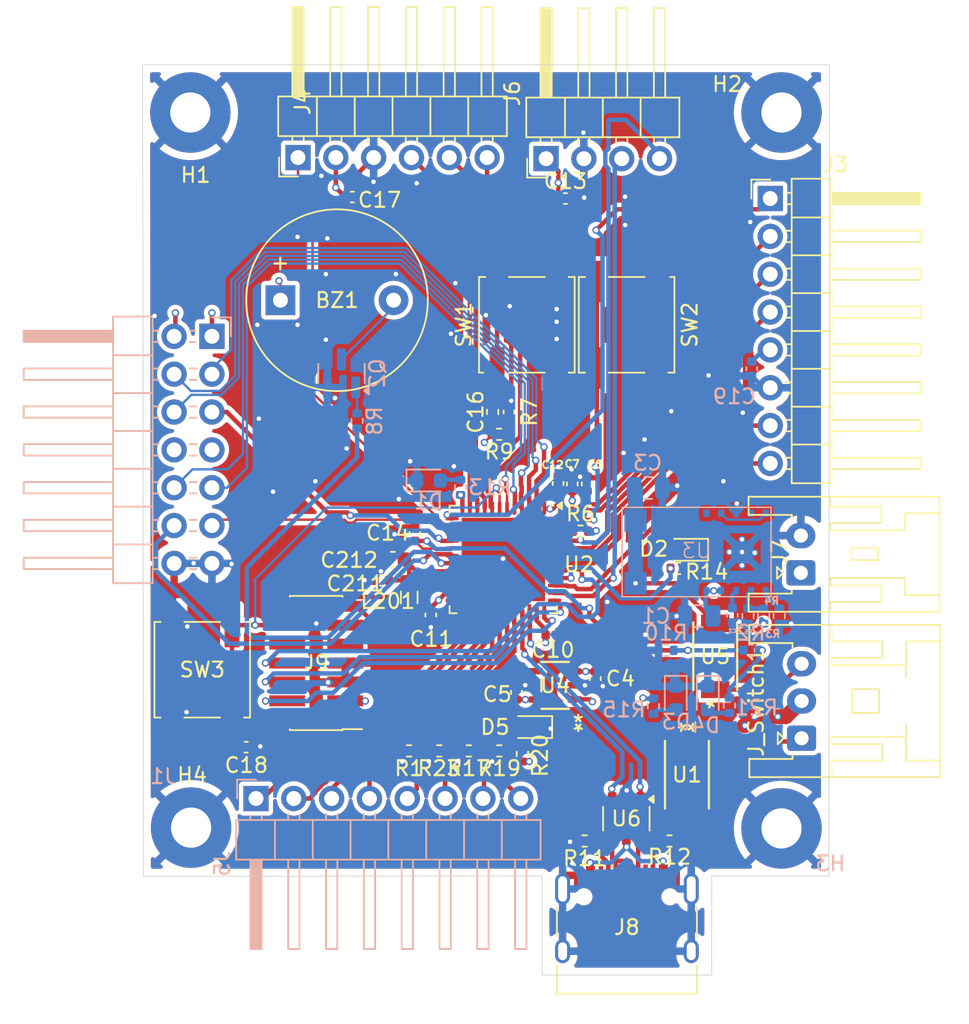
<source format=kicad_pcb>
(kicad_pcb (version 20241229) (generator "pcbnew") (generator_version "9.0")
  (layers (0 "F.Cu" signal) (4 "In1.Cu" signal "In1.Cu - GND") (6 "In2.Cu" signal "In2.Cu - Supply") (2 "B.Cu" signal) (13 "F.Paste" user) (15 "B.Paste" user) (5 "F.SilkS" user "F.Silkscreen") (7 "B.SilkS" user "B.Silkscreen") (1 "F.Mask" user) (3 "B.Mask" user) (25 "Edge.Cuts" user))
  (net 0 "")
  (net 1 "+5V")
  (net 2 "Net-(BZ1--)")
  (net 3 "GND")
  (net 4 "VCC")
  (net 5 "Net-(U3-Vcc)")
  (net 6 "5V_BUCK")
  (net 7 "+3.3V")
  (net 8 "/Alim/Charge_Batterie")
  (net 9 "/STM32/Bt_Button")
  (net 10 "/STM32/NRST")
  (net 11 "+3.3VA")
  (net 12 "Net-(D1-A)")
  (net 13 "Net-(D2-A)")
  (net 14 "Net-(D3-A)")
  (net 15 "Net-(D4-A)")
  (net 16 "Net-(D5-A)")
  (net 17 "/Modules/IRQ")
  (net 18 "/Modules/SPI1_SCK")
  (net 19 "/Modules/SPI1_Mosi")
  (net 20 "/Modules/SPI1_Miso")
  (net 21 "/Modules/RSTO")
  (net 22 "/Modules/SS")
  (net 23 "/Modules/KEY")
  (net 24 "/Modules/STATE")
  (net 25 "/Modules/ROW4")
  (net 26 "/Modules/Culomn4")
  (net 27 "/Modules/R0W1")
  (net 28 "/Modules/Culomn1")
  (net 29 "/Modules/ROW2")
  (net 30 "/Modules/ROW3")
  (net 31 "/Modules/Culomn3")
  (net 32 "/Modules/Culomn2")
  (net 33 "/Modules/I2C1_SCL")
  (net 34 "/Modules/I2C1_SDA")
  (net 35 "5V_USB")
  (net 36 "/STM32/D+")
  (net 38 "/STM32/D-")
  (net 40 "Net-(J8-CC1)")
  (net 41 "Net-(J8-CC2)")
  (net 42 "/STM32/USART3_TX")
  (net 44 "/STM32/SWO")
  (net 46 "/STM32/SWCLK")
  (net 47 "/STM32/SWDIO")
  (net 49 "/STM32/USART3_RX")
  (net 51 "Net-(J_Switch1-Pin_1)")
  (net 52 "Net-(J_Switch1-Pin_3)")
  (net 53 "Net-(Q2-B)")
  (net 54 "Net-(U3-FSW_1)")
  (net 55 "Net-(U3-FB)")
  (net 56 "/STM32/BOOT0")
  (net 57 "Net-(R7-Pad1)")
  (net 58 "/STM32/BUZZER")
  (net 59 "/STM32/BL_LED")
  (net 60 "/STM32/RFID_LED")
  (net 62 "Net-(U3-EN)")
  (net 65 "/STM32/Pb1")
  (net 66 "/STM32/PC13")
  (net 67 "/STM32/PC4")
  (net 68 "/STM32/PA7")
  (net 69 "/STM32/PC14")
  (net 70 "/STM32/PF1")
  (net 71 "/STM32/PC15")
  (net 72 "/STM32/PF0")
  (net 73 "/STM32/USB_D-")
  (net 74 "/STM32/USB_D+")
  (net 75 "/Modules/Bt_RXD")
  (net 76 "/Modules/Bt_TXD")
  (footprint "Button_Switch_SMD:SW_Push_1P1T_NO_CK_KSC6xxJ" (layer "F.Cu") (at 139.8 111.55 90)
    (property "Reference" "SW3")
    (property "Value" "SW_Push")
  )
  (footprint "Resistor_SMD:R_0402_1005Metric" (layer "F.Cu") (at 157.7 117 180)
    (property "Reference" "R17")
    (property "Value" "10K")
  )
  (footprint "Button_Switch_SMD:SW_Push_1P1T_NO_CK_KSC6xxJ" (layer "F.Cu") (at 161.6 88.4 -90)
    (property "Reference" "SW1")
    (property "Value" "SW_Push")
  )
  (footprint "Capacitor_SMD:C_0402_1005Metric" (layer "F.Cu") (at 155.15 107.88 -90)
    (property "Reference" "C11")
    (property "Value" "100n")
  )
  (footprint "LED_SMD:LED_0603_1608Metric" (layer "F.Cu") (at 161.8125 115.4 180)
    (property "Reference" "D5")
    (property "Value" "LED_Green")
  )
  (footprint "LED_SMD:LED_0603_1608Metric" (layer "F.Cu") (at 172.2875 103.5 180)
    (property "Reference" "D2")
    (property "Value" "LED Amber")
  )
  (footprint "Capacitor_SMD:C_0402_1005Metric" (layer "F.Cu") (at 163.7 99.05 90)
    (property "Reference" "C12")
    (property "Value" "100n")
  )
  (footprint "Capacitor_SMD:C_0402_1005Metric" (layer "F.Cu") (at 160.9 113.07 -90)
    (property "Reference" "C5")
    (property "Value" "1u")
  )
  (footprint "Capacitor_SMD:C_0402_1005Metric" (layer "F.Cu") (at 149.88 79.825)
    (property "Reference" "C17")
    (property "Value" "1u")
  )
  (footprint "Connector_USB:USB_C_Receptacle_HRO_TYPE-C-31-M-12" (layer "F.Cu") (at 168.32 129.395)
    (property "Reference" "J8")
    (property "Value" "USB_C_Receptacle_USB2.0")
  )
  (footprint "Connector_PinHeader_1.27mm:PinHeader_2x07_P1.27mm_Vertical_SMD" (layer "F.Cu") (at 147.45 111.1 180)
    (property "Reference" "J9")
    (property "Value" "Conn_ST_STDC14")
  )
  (footprint "Capacitor_SMD:C_0402_1005Metric" (layer "F.Cu") (at 164.65 99.08 90)
    (property "Reference" "C7")
    (property "Value" "100n")
  )
  (footprint "Capacitor_SMD:C_0402_1005Metric" (layer "F.Cu") (at 160.4 94.25 90)
    (property "Reference" "C16")
    (property "Value" "100n")
  )
  (footprint "Connector_JST:JST_XA_S02B-XASK-1_1x02_P2.50mm_Horizontal" (layer "F.Cu") (at 180 105.05 90)
    (property "Reference" "J7")
    (property "Value" "Conn_01x02")
  )
  (footprint "Resistor_SMD:R_0402_1005Metric" (layer "F.Cu") (at 165.2 102.25)
    (property "Reference" "R6")
    (property "Value" "10k")
  )
  (footprint "Connector_PinHeader_2.54mm:PinHeader_1x08_P2.54mm_Horizontal" (layer "F.Cu") (at 177.945 79.925)
    (property "Reference" "J3")
    (property "Value" "Conn_01x08")
  )
  (footprint "Resistor_SMD:R_0402_1005Metric" (layer "F.Cu") (at 161.3 117.2 90)
    (property "Reference" "R20")
    (property "Value" "510")
  )
  (footprint "Resistor_SMD:R_0402_1005Metric" (layer "F.Cu") (at 159.75 117 180)
    (property "Reference" "R19")
    (property "Value" "10K")
  )
  (footprint "Buzzer_Beeper:Buzzer_12x9.5RM7.6" (layer "F.Cu") (at 145.05 86.75)
    (property "Reference" "BZ1")
    (property "Value" "Buzzer")
  )
  (footprint "Connector_PinHeader_2.54mm:PinHeader_1x04_P2.54mm_Horizontal" (layer "F.Cu") (at 162.89 77.25 90)
    (property "Reference" "J6")
    (property "Value" "Conn_01x04")
  )
  (footprint "Capacitor_SMD:C_0402_1005Metric" (layer "F.Cu") (at 142.75 116.75 180)
    (property "Reference" "C18")
    (property "Value" "100n")
  )
  (footprint "MountingHole:MountingHole_2.7mm_M2.5_Pad" (layer "F.Cu") (at 178.7 122.2)
    (property "Reference" "H3")
    (property "Value" "MountingHole_Pad")
  )
  (footprint "Resistor_SMD:R_0402_1005Metric" (layer "F.Cu") (at 171.76 104.75)
    (property "Reference" "R14")
    (property "Value" "1k7")
  )
  (footprint "Resistor_SMD:R_0402_1005Metric" (layer "F.Cu") (at 153.69 117 180)
    (property "Reference" "R1")
    (property "Value" "10K")
  )
  (footprint "Resistor_SMD:R_0402_1005Metric" (layer "F.Cu") (at 159.3 94.25 -90)
    (property "Reference" "R7")
    (property "Value" "10k")
  )
  (footprint "Capacitor_SMD:C_0402_1005Metric" (layer "F.Cu") (at 165.65 99.08 90)
    (property "Reference" "C6")
    (property "Value" "4u7")
  )
  (footprint "Capacitor_SMD:C_0402_1005Metric" (layer "F.Cu") (at 151.85 105.55 180)
    (property "Reference" "C211")
    (property "Value" "100n")
  )
  (footprint "Capacitor_SMD:C_0402_1005Metric" (layer "F.Cu") (at 166.2 112.15 -90)
    (property "Reference" "C4")
    (property "Value" "1u")
  )
  (footprint "MountingHole:MountingHole_2.7mm_M2.5_Pad" (layer "F.Cu") (at 139.05 122.15)
    (property "Reference" "H4")
    (property "Value" "MountingHole_Pad")
  )
  (footprint "Package_TO_SOT_SMD:SOT-23-6" (layer "F.Cu") (at 168.28 121.545 -90)
    (property "Reference" "U6")
    (property "Value" "USBLC6-2SC6")
  )
  (footprint "Capacitor_SMD:C_0402_1005Metric" (layer "F.Cu") (at 163.34 109.23)
    (property "Reference" "C10")
    (property "Value" "100n")
  )
  (footprint "MountingHole:MountingHole_2.7mm_M2.5_Pad" (layer "F.Cu") (at 178.7 74.15)
    (property "Reference" "H2")
    (property "Value" "MountingHole_Pad")
  )
  (footprint "Resistor_SMD:R_0402_1005Metric" (layer "F.Cu") (at 155.72 117 180)
    (property "Reference" "R23")
    (property "Value" "10K")
  )
  (footprint "Inductor_SMD:L_0805_2012Metric" (layer "F.Cu") (at 153.7 106.7 90)
    (property "Reference" "L201")
    (property "Value" "39n")
  )
  (footprint "Schuttky:DO-214AD_ONS" (layer "F.Cu") (at 172.35 118.6 -90)
    (property "Reference" "U1")
    (property "Value" "FSV330AF")
  )
  (footprint "Resistor_SMD:R_0402_1005Metric" (layer "F.Cu") (at 159.74 95.75 180)
    (property "Reference" "R9")
    (property "Value" "10k")
  )
  (footprint "Resistor_SMD:R_0402_1005Metric" (layer "F.Cu") (at 171.18 123.045)
    (property "Reference" "R12")
    (property "Value" "5.1K")
  )
  (footprint "Package_DFN_QFN:QFN-48-1EP_7x7mm_P0.5mm_EP5.6x5.6mm" (layer "F.Cu") (at 160.02 104.15 -90)
    (property "Reference" "U2")
    (property "Value" "STM32G431CBUx")
  )
  (footprint "MountingHole:MountingHole_2.7mm_M2.5_Pad" (layer "F.Cu") (at 139 74.15)
    (property "Reference" "H1")
    (property "Value" "MountingHole_Pad")
  )
  (footprint "Resistor_SMD:R_0402_1005Metric" (layer "F.Cu") (at 165.48 123.045 180)
    (property "Reference" "R11")
    (property "Value" "5.1K")
  )
  (footprint "Button_Switch_SMD:SW_Push_1P1T_NO_CK_KSC6xxJ" (layer "F.Cu") (at 168.3 88.4 90)
    (property "Reference" "SW2")
    (property "Value" "SW_Push")
  )
  (footprint "Schuttky:DO-214AD_ONS" (layer "F.Cu") (at 174.25 110.65 90)
    (property "Reference" "U5")
    (property "Value" "FSV330AF")
  )
  (footprint "Capacitor_SMD:C_0603_1608Metric" (layer "F.Cu") (at 152.6 104.15 180)
    (property "Reference" "C212")
    (property "Value" "1u")
  )
  (footprint "Capacitor_SMD:C_0402_1005Metric" (layer "F.Cu") (at 154.08 102.42 90)
    (property "Reference" "C14")
    (property "Value" "100n")
  )
  (footprint "Connector_JST:JST_XA_S03B-XASK-1_1x03_P2.50mm_Horizontal" (layer "F.Cu") (at 180.05 116.15 90)
    (property "Reference" "J_Switch1")
    (property "Value" "Conn_01x03")
  )
  (footprint "footprints:SSOP5_ROM" (layer "F.Cu") (at 163.5 112.6 180)
    (property "Reference" "U4")
    (property "Value" "BU33SD5WG-TR")
  )
  (footprint "Connector_PinHeader_2.54mm:PinHeader_1x06_P2.54mm_Horizontal" (layer "F.Cu") (at 146.23 77.175 90)
    (property "Reference" "J4")
    (property "Value" "Conn_01x06")
  )
  (footprint "Capacitor_SMD:C_0402_1005Metric" (layer "F.Cu") (at 164.19 79.925)
    (property "Reference" "C13")
    (property "Value" "1u")
  )
  (footprint "Resistor_SMD:R_0402_1005Metric" (layer "B.Cu") (at 170.1 114 -90)
    (property "Reference" "R15")
    (property "Value" "1k7")
  )
  (footprint "Capacitor_SMD:C_0402_1005Metric" (layer "B.Cu") (at 176.7 91.35 -90)
    (property "Reference" "C19")
    (property "Value" "1u")
  )
  (footprint "Resistor_SMD:R_0402_1005Metric" (layer "B.Cu") (at 177.5 107.95 90)
    (property "Reference" "R4")
    (property "Value" "49k9")
  )
  (footprint "Resistor_SMD:R_0402_1005Metric" (layer "B.Cu") (at 157.15 99.31 90)
    (property "Reference" "R13")
    (property "Value" "1k7")
  )
  (footprint "Wurth_regulator_171013801:Wurth_171013801" (layer "B.Cu") (at 173 103.65 -90)
    (property "Reference" "U3")
    (property "Value" "171013801")
  )
  (footprint "LED_SMD:LED_0603_1608Metric" (layer "B.Cu") (at 171.6 113.45 -90)
    (property "Reference" "D3")
    (property "Value" "LED Yellow")
  )
  (footprint "Resistor_SMD:R_0402_1005Metric" (layer "B.Cu") (at 150.2 94.85 90)
    (property "Reference" "R8")
    (property "Value" "1K")
  )
  (footprint "Resistor_SMD:R_0402_1005Metric" (layer "B.Cu") (at 176.45 107.95 -90)
    (property "Reference" "R5")
    (property "Value" "10k")
  )
  (footprint "Capacitor_SMD:C_0805_2012Metric" (layer "B.Cu") (at 169.75 99.35)
    (property "Reference" "C3")
    (property "Value" "47u")
  )
  (footprint "Package_TO_SOT_SMD:SOT-23" (layer "B.Cu") (at 149.15 91.6625 90)
    (property "Reference" "Q2")
    (property "Value" "MMBT2222A")
  )
  (footprint "Resistor_SMD:R_0402_1005Metric" (layer "B.Cu") (at 170.95 110.25 180)
    (property "Reference" "R10")
    (property "Value" "68K")
  )
  (footprint "Connector_PinHeader_2.54mm:PinHeader_2x07_P2.54mm_Horizontal" (layer "B.Cu") (at 140.45 89.175 180)
    (property "Reference" "J1")
    (property "Value" "Conn_02x07_Odd_Even")
  )
  (footprint "Connector_PinHeader_2.54mm:PinHeader_1x08_P2.54mm_Horizontal" (layer "B.Cu") (at 143.41 120.195 -90)
    (property "Reference" "J5")
    (property "Value" "Conn_01x08")
  )
  (footprint "LED_SMD:LED_0603_1608Metric" (layer "B.Cu") (at 155 98.85)
    (property "Reference" "D1")
    (property "Value" "LED Blue")
  )
  (footprint "Resistor_SMD:R_0402_1005Metric" (layer "B.Cu") (at 178.55 107.95 -90)
    (property "Reference" "R3")
    (property "Value" "5k6")
  )
  (footprint "Resistor_SMD:R_0402_1005Metric" (layer "B.Cu") (at 176.65 110.25 180)
    (property "Reference" "R2")
    (property "Value" "168K")
  )
  (footprint "Capacitor_SMD:C_0805_2012Metric" (layer "B.Cu") (at 173.15 107.95 180)
    (property "Reference" "C1")
    (property "Value" "10u")
  )
  (footprint "Resistor_SMD:R_0402_1005Metric" (layer "B.Cu") (at 175.2 113.95 -90)
    (property "Reference" "R21")
    (property "Value" "R")
  )
  (footprint "LED_SMD:LED_0603_1608Metric" (layer "B.Cu") (at 173.75 113.45 -90)
    (property "Reference" "D4")
    (property "Value" "LED_Blue")
  )
  (footprint "Capacitor_SMD:C_0402_1005Metric" (layer "B.Cu") (at 175.4 107.9 -90)
    (property "Reference" "C2")
    (property "Value" "1u")
  )
  (gr_line (start 174.02 125.4) (end 181.88 125.4) (stroke (width 0.05)) (layer "Edge.Cuts"))
  (gr_line (start 174.01 132.045) (end 162.62 132.045) (stroke (width 0.05)) (layer "Edge.Cuts"))
  (gr_line (start 174.01 132.045) (end 174.02 125.4) (stroke (width 0.05)) (layer "Edge.Cuts"))
  (gr_line (start 181.92 70.95) (end 135.8 70.95) (stroke (width 0.05)) (layer "Edge.Cuts"))
  (gr_line (start 181.88 125.4) (end 181.92 70.95) (stroke (width 0.05)) (layer "Edge.Cuts"))
  (gr_line (start 162.62 125.4) (end 135.85 125.41) (stroke (width 0.05)) (layer "Edge.Cuts"))
  (gr_line (start 162.62 132.045) (end 162.62 125.4) (stroke (width 0.05)) (layer "Edge.Cuts"))
  (gr_line (start 135.8 70.95) (end 135.85 125.41) (stroke (width 0.05)) (layer "Edge.Cuts"))
  (segment (start 163.71 78.07) (end 163.71 78.87) (width 0.3) (layer "F.Cu") (net 1))
  (segment (start 164.0872 112.1331) (end 164.5601 111.6602) (width 0.3) (layer "F.Cu") (net 1))
  (segment (start 165.8398 113.5398) (end 166 113.7) (width 0.3) (layer "F.Cu") (net 1))
  (segment (start 164.7954 113.5398) (end 164.5601 113.5398) (width 0.3) (layer "F.Cu") (net 1))
  (segment (start 164.5601 111.6602) (end 164.7954 111.6602) (width 0.3) (layer "F.Cu") (net 1))
  (segment (start 164.5601 113.5398) (end 164.0872 113.0669) (width 0.3) (layer "F.Cu") (net 1))
  (segment (start 140.45 87.6) (end 140.45 89.175) (width 0.3) (layer "F.Cu") (net 1))
  (segment (start 166.2 111.67) (end 165.55 111.67) (width 0.3) (layer "F.Cu") (net 1))
  (segment (start 148.77 79.195) (end 149.4 79.825) (width 0.3) (layer "F.Cu") (net 1))
  (segment (start 148.77 77.175) (end 148.77 79.195) (width 0.3) (layer "F.Cu") (net 1))
  (segment (start 162.89 77.25) (end 163.71 78.07) (width 0.3) (layer "F.Cu") (net 1))
  (segment (start 176.8 114.7) (end 176.2 115.3) (width 1) (layer "F.Cu") (net 1))
  (segment (start 145.05 85.55) (end 144.95 85.45) (width 0.16) (layer "F.Cu") (net 1))
  (segment (start 145.05 86.75) (end 145.05 85.55) (width 0.16) (layer "F.Cu") (net 1))
  (segment (start 164.8052 111.67) (end 164.7954 111.6602) (width 0.3) (layer "F.Cu") (net 1))
  (segment (start 138 89.085) (end 137.91 89.175) (width 0.3) (layer "F.Cu") (net 1))
  (segment (start 178.45 114.7) (end 176.9 114.7) (width 1) (layer "F.Cu") (net 1))
  (segment (start 164.7954 113.5398) (end 165.8398 113.5398) (width 0.3) (layer "F.Cu") (net 1))
  (segment (start 138 87.6) (end 138 89.085) (width 0.3) (layer "F.Cu") (net 1))
  (segment (start 180.05 113.65) (end 179 114.7) (width 1) (layer "F.Cu") (net 1))
  (segment (start 163.71 79.925) (end 163.71 78.87) (width 0.3) (layer "F.Cu") (net 1))
  (segment (start 164.0872 113.0669) (end 164.0872 112.1331) (width 0.3) (layer "F.Cu") (net 1))
  (segment (start 179 114.7) (end 178.45 114.7) (width 1) (layer "F.Cu") (net 1))
  (segment (start 176.9 114.7) (end 176.8 114.7) (width 1) (layer "F.Cu") (net 1))
  (segment (start 165.55 111.67) (end 164.8052 111.67) (width 0.3) (layer "F.Cu") (net 1))
  (segment (start 176.2 115.3) (end 176.25 115.3) (width 1) (layer "F.Cu") (net 1))
  (via (at 176.9 114.7) (size 0.5) (drill 0.3) (layers "F.Cu" "B.Cu") (net 1))
  (via (at 165.55 111.67) (size 0.5) (drill 0.3) (layers "F.Cu" "B.Cu") (net 1))
  (via (at 166 113.7) (size 0.5) (drill 0.3) (layers "F.Cu" "B.Cu") (net 1))
  (via (at 169.4 113.45) (size 0.5) (drill 0.3) (layers "F.Cu" "B.Cu") (net 1))
  (via (at 176.25 115.3) (size 0.5) (drill 0.3) (layers "F.Cu" "B.Cu") (net 1))
  (via (at 178.45 114.7) (size 0.5) (drill 0.3) (layers "F.Cu" "B.Cu") (net 1))
  (via (at 138 87.6) (size 0.5) (drill 0.3) (layers "F.Cu" "B.Cu") (net 1))
  (via (at 140.45 87.6) (size 0.5) (drill 0.3) (layers "F.Cu" "B.Cu") (net 1))
  (via (at 163.71 78.87) (size 0.5) (drill 0.3) (layers "F.Cu" "B.Cu") (net 1))
  (via (at 144.95 85.45) (size 0.5) (drill 0.3) (layers "F.Cu" "B.Cu") (net 1))
  (via (at 148.77 79.195) (size 0.5) (drill 0.3) (layers "F.Cu" "B.Cu") (net 1))
  (segment (start 169.44 113.49) (end 169.4 113.45) (width 0.3) (layer "B.Cu") (net 1))
  (segment (start 177.485 90.085) (end 176.7 90.87) (width 0.3) (layer "B.Cu") (net 1))
  (segment (start 177.945 90.085) (end 177.485 90.085) (width 0.3) (layer "B.Cu") (net 1))
  (segment (start 170.1 113.49) (end 169.44 113.49) (width 0.3) (layer "B.Cu") (net 1))
  (segment (start 149.15 90.725) (end 152.65 87.225) (width 0.16) (layer "B.Cu") (net 2))
  (segment (start 152.65 87.225) (end 152.65 86.75) (width 0.16) (layer "B.Cu") (net 2))
  (segment (start 148.28 112.37) (end 148.25 112.4) (width 0.3) (layer "F.Cu") (net 3))
  (segment (start 150.36 78.125) (end 150.36 79.825) (width 0.3) (layer "F.Cu") (net 3))
  (segment (start 163.73 98.6) (end 163.7 98.57) (width 0.3) (layer "F.Cu") (net 3))
  (segment (start 143.65 116.75) (end 143.7 116.7) (width 0.3) (layer "F.Cu") (net 3))
  (segment (start 164.97 123.045) (end 164.555 123.045) (width 0.3) (layer "F.Cu") (net 3))
  (segment (start 162.6 115.4) (end 163.1 115.4) (width 0.3) (layer "F.Cu") (net 3))
  (segment (start 155.15 108.7) (end 155.15 108.36) (width 0.3) (layer "F.Cu") (net 3))
  (segment (start 150.7 105.54) (end 150.71 105.55) (width 0.3) (layer "F.Cu") (net 3))
  (segment (start 163.1 115.4) (end 163.2 115.5) (width 0.3) (layer "F.Cu") (net 3))
  (segment (start 160.4 93.65) (end 160.55 93.5) (width 0.3) (layer "F.Cu") (net 3))
  (segment (start 164.65 98.6) (end 164.65 98.15) (width 0.3) (layer "F.Cu") (net 3))
  (segment (start 166.22 102.25) (end 165.71 102.25) (width 0.3) (layer "F.Cu") (net 3))
  (segment (start 168.28 120.4075) (end 168.28 119.67) (width 0.3) (layer "F.Cu") (net 3))
  (segment (start 160.4 93.77) (end 160.4 93.65) (width 0.3) (layer "F.Cu") (net 3))
  (segment (start 161.51 112.57) (end 161.49 112.59) (width 0.3) (layer "F.Cu") (net 3))
  (segment (start 171.57 125.35) (end 171.57 124.98) (width 0.3) (layer "F.Cu") (net 3))
  (segment (start 147.94 108.44) (end 148.06 108.56) (width 0.3) (layer "F.Cu") (net 3))
  (segment (start 165.07 125.35) (end 165.07 124.97) (width 0.3) (layer "F.Cu") (net 3))
  (segment (start 163.7 97.95) (end 163.7 98.57) (width 0.3) (layer "F.Cu") (net 3))
  (segment (start 160.02 104.15) (end 160.02 104.12) (width 0.3) (layer "F.Cu") (net 3))
  (segment (start 137.8 108.65) (end 138.8 108.65) (width 0.3) (layer "F.Cu") (net 3))
  (segment (start 166.25 102.22) (end 166.22 102.25) (width 0.3) (layer "F.Cu") (net 3))
  (segment (start 165.07 124.97) (end 164.65 124.55) (width 0.3) (layer "F.Cu") (net 3))
  (segment (start 164.555 123.045) (end 164.5 123.1) (width 0.3) (layer "F.Cu") (net 3))
  (segment (start 153.18 117) (end 153.18 117.67) (width 0.3) (layer "F.Cu") (net 3))
  (segment (start 164.65 98.15) (end 164.6 98.1) (width 0.3) (layer "F.Cu") (net 3))
  (segment (start 159.24 117.68) (end 159.27 117.71) (width 0.3) (layer "F.Cu") (net 3))
  (segment (start 151.825 104.925) (end 151.8 104.95) (width 0.3) (layer "F.Cu") (net 3))
  (segment (start 165.18 98.6) (end 164.65 98.6) (width 0.3) (layer "F.Cu") (net 3))
  (segment (start 143.23 116.75) (end 143.65 116.75) (width 0.3) (layer "F.Cu") (net 3))
  (segment (start 157.19 117) (end 157.19 117.47) (width 0.3) (layer "F.Cu") (net 3))
  (segment (start 163.6 89.35) (end 163.6 88.2) (width 0.3) (layer "F.Cu") (net 3))
  (segment (start 165.65 98.6) (end 165.18 98.6) (width 0.3) (layer "F.Cu") (net 3))
  (segment (start 141.735 104.415) (end 141.77 104.45) (width 0.3) (layer "F.Cu") (net 3))
  (segment (start 163.6 88.2) (end 163.6 85.5) (width 0.3) (layer "F.Cu") (net 3))
  (segment (start 166.2 112.63) (end 166.68 112.63) (width 0.3) (layer "F.Cu") (net 3))
  (segment (start 149.4 112.37) (end 148.28 112.37) (width 0.3) (layer "F.Cu") (net 3))
  (segment (start 164.7954 112.6) (end 165.5 112.6) (width 0.3) (layer "F.Cu") (net 3))
  (segment (start 151.31 77.175) (end 150.36 78.125) (width 0.3) (layer "F.Cu") (net 3))
  (segment (start 139.235 104.415) (end 139.22 104.4) (width 0.3) (layer "F.Cu") (net 3))
  (segment (start 166.68 112.63) (end 166.7 112.65) (width 0.3) (layer "F.Cu") (net 3))
  (segment (start 160.9 112.59) (end 161.49 112.59) (width 0.3) (layer "F.Cu") (net 3))
  (segment (start 140.45 104.415) (end 139.235 104.415) (width 0.3) (layer "F.Cu") (net 3))
  (segment (start 148.06 108.56) (end 149.4 108.56) (width 0.3) (layer "F.Cu") (net 3))
  (segment (start 157.19 117.47) (end 157 117.66) (width 0.3) (layer "F.Cu") (net 3))
  (segment (start 160.02 104.12) (end 160 104.1) (width 0.3) (layer "F.Cu") (net 3))
  (segment (start 155.21 117) (end 155.21 117.51) (width 0.3) (layer "F.Cu") (net 3))
  (segment (start 137.8 114.45) (end 138.7 114.45) (width 0.3) (layer "F.Cu") (net 3))
  (segment (start 164.67 79.925) (end 165.385 79.925) (width 0.3) (layer "F.Cu") (net 3))
  (segment (start 153.23 101.94) (end 152.71 102.46) (width 0.3) (layer "F.Cu") (net 3))
  (segment (start 138.7 114.45) (end 138.75 114.4) (width 0.3) (layer "F.Cu") (net 3))
  (segment (start 153.18 117.67) (end 153.23 117.72) (width 0.3) (layer "F.Cu") (net 3))
  (segment (start 151.825 104.15) (end 151.825 104.925) (width 0.3) (layer "F.Cu") (net 3))
  (segment (start 163.6 91.3) (end 163.6 89.35) (width 0.3) (layer "F.Cu") (net 3))
  (segment (start 154.08 101.94) (end 153.23 101.94) (width 0.3) (layer "F.Cu") (net 3))
  (segment (start 150.71 105.55) (end 151.37 105.55) (width 0.3) (layer "F.Cu") (net 3))
  (segment (start 168.28 119.67) (end 168.3 119.65) (width 0.3) (layer "F.Cu") (net 3))
  (segment (start 159.24 117) (end 159.24 117.68) (width 0.3) (layer "F.Cu") (net 3))
  (segment (start 147.46 108.45) (end 147.47 108.44) (width 0.3) (layer "F.Cu") (net 3))
  (segment (start 155.21 117.51) (end 155.02 117.7) (width 0.3) (layer "F.Cu") (net 3))
  (segment (start 165.385 79.925) (end 165.45 79.86) (width 0.3) (layer "F.Cu") (net 3))
  (segment (start 147.47 108.44) (end 147.94 108.44) (width 0.3) (layer "F.Cu") (net 3))
  (segment (start 171.57 124.98) (end 171.95 124.6) (width 0.3) (layer "F.Cu") (net 3))
  (segment (start 140.45 104.415) (end 141.735 104.415) (width 0.3) (layer "F.Cu") (net 3))
  (segment (start 149.4 111.1) (end 148.2 111.1) (width 0.3) (layer "F.Cu") (net 3))
  (via (at 153.23 117.72) (size 0.5) (drill 0.3) (layers "F.Cu" "B.Cu") (net 3))
  (via (at 151.3 78.8) (size 0.5) (drill 0.3) (layers "F.Cu" "B.Cu") (net 3))
  (via (at 149.5 96.7) (size 0.5) (drill 0.3) (layers "F.Cu" "B.Cu") (net 3))
  (via (at 151.8 104.95) (size 0.5) (drill 0.3) (layers "F.Cu" "B.Cu") (net 3))
  (via (at 155.15 108.7) (size 0.5) (drill 0.3) (layers "F.Cu" "B.Cu") (net 3))
  (via (at 163.7 97.95) (size 0.5) (drill 0.3) (layers "F.Cu" "B.Cu") (net 3))
  (via (at 176.05 103.65) (size 0.5) (drill 0.3) (layers "F.Cu" "B.Cu") (net 3))
  (via (at 144.55 99.6) (size 0.5) (drill 0.3) (layers "F.Cu" "B.Cu") (net 3))
  (via (at 164.6 98.1) (size 0.5) (drill 0.3) (layers "F.Cu" "B.Cu") (net 3))
  (via (at 148.2 82.6) (size 0.5) (drill 0.3) (layers "F.Cu" "B.Cu") (net 3))
  (via (at 176.6 81.5) (size 0.5) (drill 0.3) (layers "F.Cu" "B.Cu") (net 3))
  (via (at 139.22 104.4) (size 0.5) (drill 0.3) (layers "F.Cu" "B.Cu") (net 3))
  (via (at 163.6 88.2) (size 0.5) (drill 0.3) (layers "F.Cu" "B.Cu") (net 3))
  (via (at 160 104.1) (size 0.5) (drill 0.3) (layers "F.Cu" "B.Cu") (net 3))
  (via (at 156.8 85.6) (size 0.5) (drill 0.3) (layers "F.Cu" "B.Cu") (net 3))
  (via (at 158.85 87.75) (size 0.5) (drill 0.3) (layers "F.Cu" "B.Cu") (net 3))
  (via (at 168.3 119.65) (size 0.5) (drill 0.3) (layers "F.Cu" "B.Cu") (net 3))
  (via (at 138.8 108.65) (size 0.5) (drill 0.3) (layers "F.Cu" "B.Cu") (net 3))
  (via (at 155.02 117.7) (size 0.5) (drill 0.3) (layers "F.Cu" "B.Cu") (net 3))
  (via (at 164.5 123.1) (size 0.5) (drill 0.3) (layers "F.Cu" "B.Cu") (net 3))
  (via (at 160.45 87.15) (size 0.5) (drill 0.3) (layers "F.Cu" "B.Cu") (net 3))
  (via (at 179.35 108.46) (size 0.5) (drill 0.3) (layers "F.Cu" "B.Cu") (net 3))
  (via (at 143.7 116.7) (size 0.5) (drill 0.3) (layers "F.Cu" "B.Cu") (net 3))
  (via (at 168.1 97) (size 0.5) (drill 0.3) (layers "F.Cu" "B.Cu") (net 3))
  (via (at 175.2 103.65) (size 0.5) (drill 0.3) (layers "F.Cu" "B.Cu") (net 3))
  (via (at 168.2 81.7) (size 0.5) (drill 0.3) (layers "F.Cu" "B.Cu") (net 3))
  (via (at 153.76 97.56) (size 0.5) (drill 0.3) (layers "F.Cu" "B.Cu") (net 3))
  (via (at 169.5 96.1) (size 0.5) (drill 0.3) (layers "F.Cu" "B.Cu") (net 3))
  (via (at 163.2 115.5) (size 0.5) (drill 0.3) (layers "F.Cu" "B.Cu") (net 3))
  (via (at 147.4 98.9) (size 0.5) (drill 0.3) (layers "F.Cu" "B.Cu") (net 3))
  (via (at 165.5 112.6) (size 0.5) (drill 0.3) (layers "F.Cu" "B.Cu") (net 3))
  (via (at 176.9 103.7) (size 0.5) (drill 0.3) (layers "F.Cu" "B.Cu") (net 3))
  (via (at 166.25 102.22) (size 0.5) (drill 0.3) (layers "F.Cu" "B.Cu") (net 3))
  (via (at 148.1 85) (size 0.5) (drill 0.3) (layers "F.Cu" "B.Cu") (net 3))
  (via (at 174.8 98.9) (size 0.5) (drill 0.3) (layers "F.Cu" "B.Cu") (net 3))
  (via (at 171.3 94.2) (size 0.5) (drill 0.3) (layers "F.Cu" "B.Cu") (net 3))
  (via (at 156.5 89) (size 0.5) (drill 0.3) (layers "F.Cu" "B.Cu") (net 3))
  (via (at 169.55 109.2) (size 0.5) (drill 0.3) (layers "F.Cu" "B.Cu") (net 3))
  (via (at 171.65 107.95) (size 0.5) (drill 0.3) (layers "F.Cu" "B.Cu") (net 3))
  (via (at 138.75 114.4) (size 0.5) (drill 0.3) (layers "F.Cu" "B.Cu") (net 3))
  (via (at 173.8 91.8) (size 0.5) (drill 0.3) (layers "F.Cu" "B.Cu") (net 3))
  (via (at 166.7 112.65) (size 0.5) (drill 0.3) (layers "F.Cu" "B.Cu") (net 3))
  (via (at 147.8 78.4) (size 0.5) (drill 0.3) (layers "F.Cu" "B.Cu") (net 3))
  (via (at 136.6 87.8) (size 0.5) (drill 0.3) (layers "F.Cu" "B.Cu") (net 3))
  (via (at 176.1 94.3) (size 0.5) (drill 0.3) (layers "F.Cu" "B.Cu") (net 3))
  (via (at 176.05 102.8) (size 0.5) (drill 0.3) (layers "F.Cu" "B.Cu") (net 3))
  (via (at 163.6 89.35) (size 0.5) (drill 0.3) (layers "F.Cu" "B.Cu") (net 3))
  (via (at 143.5 88.4) (size 0.5) (drill 0.3) (layers "F.Cu" "B.Cu") (net 3))
  (via (at 148.1 89.4) (size 0.5) (drill 0.3) (layers "F.Cu" "B.Cu") (net 3))
  (via (at 167 107) (size 0.5) (drill 0.3) (layers "F.Cu" "B.Cu") (net 3))
  (via (at 168.2 79.8) (size 0.5) (drill 0.3) (layers "F.Cu" "B.Cu") (net 3))
  (via (at 150.7 105.54) (size 0.5) (drill 0.3) (layers "F.Cu" "B.Cu") (net 3))
  (via (at 175.7 100.4) (size 0.5) (drill 0.3) (layers "F.Cu" "B.Cu") (net 3))
  (via (at 175.88 108.33) (size 0.5) (drill 0.3) (layers "F.Cu" "B.Cu") (net 3))
  (via (at 141.77 104.45) (size 0.5) (drill 0.3) (layers "F.Cu" "B.Cu") (net 3))
  (via (at 171.95 124.6) (size 0.5) (drill 0.3) (layers "F.Cu" "B.Cu") (net 3))
  (via (at 176.05 104.55) (size 0.5) (drill 0.3) (layers "F.Cu" "B.Cu") (net 3))
  (via (at 143.6 94.7) (size 0.5) (drill 0.3) (layers "F.Cu" "B.Cu") (net 3))
  (via (at 159.27 117.71) (size 0.5) (drill 0.3) (layers "F.Cu" "B.Cu") (net 3))
  (via (at 165.4 75.5) (size 0.5) (drill 0.3) (layers "F.Cu" "B.Cu") (net 3))
  (via (at 146.2 88.4) (size 0.5) (drill 0.3) (layers "F.Cu" "B.Cu") (net 3))
  (via (at 154.2 78.9) (size 0.5) (drill 0.3) (layers "F.Cu" "B.Cu") (net 3))
  (via (at 156.7 97.9) (size 0.5) (drill 0.3) (layers "F.Cu" "B.Cu") (net 3))
  (via (at 157 117.66) (size 0.5) (drill 0.3) (layers "F.Cu" "B.Cu") (net 3))
  (via (at 161.49 112.59) (size 0.5) (drill 0.3) (layers "F.Cu" "B.Cu") (net 3))
  (via (at 165.45 79.86) (size 0.5) (drill 0.3) (layers "F.Cu" "B.Cu") (net 3))
  (via (at 147.46 108.45) (size 0.5) (drill 0.3) (layers "F.Cu" "B.Cu") (net 3))
  (via (at 165.18 98.6) (size 0.5) (drill 0.3) (layers "F.Cu" "B.Cu") (net 3))
  (via (at 148.71 93.32) (size 0.5) (drill 0.3) (layers "F.Cu" "B.Cu") (net 3))
  (via (at 148.25 112.4) (size 0.5) (drill 0.3) (layers "F.Cu" "B.Cu") (net 3))
  (via (at 146.2 82.5) (size 0.5) (drill 0.3) (layers "F.Cu" "B.Cu") (net 3))
  (via (at 152.71 102.46) (size 0.5) (drill 0.3) (layers "F.Cu" "B.Cu") (net 3))
  (via (at 171.7 99.2) (size 0.5) (drill 0.3) (layers "F.Cu" "B.Cu") (net 3))
  (via (at 148.2 111.1) (size 0.5) (drill 0.3) (layers "F.Cu" "B.Cu") (net 3))
  (via (at 153 100.1) (size 0.5) (drill 0.3) (layers "F.Cu" "B.Cu") (net 3))
  (via (at 164.65 124.55) (size 0.5) (drill 0.3) (layers "F.Cu" "B.Cu") (net 3))
  (via (at 152.8 85) (size 0.5) (drill 0.3) (layers "F.Cu" "B.Cu") (net 3))
  (via (at 160.55 93.5) (size 0.5) (drill 0.3) (layers "F.Cu" "B.Cu") (net 3))
  (via (at 163.6 87.35) (size 0.5) (drill 0.3) (layers "F.Cu" "B.Cu") (net 3))
  (segment (start 172.2 107.95) (end 171.65 107.95) (width 0.3) (layer "B.Cu") (net 3))
  (segment (start 175.48 108.46) (end 175.4 108.38) (width 0.3) (layer "B.Cu") (net 3))
  (segment (start 177.945 92.625) (end 177.495 92.625) (width 0.3) (layer "B.Cu") (net 3))
  (segment (start 175.75 108.46) (end 175.48 108.46) (width 0.3) (layer "B.Cu") (net 3))
  (segment (start 178.55 108.46) (end 179.35 108.46) (width 0.3) (layer "B.Cu") (net 3))
  (segment (start 171.6 112.6625) (end 171.6 112.3625) (width 0.3) (layer "B.Cu") (net 3))
  (segment (start 171.6 112.3625) (end 169.4875 110.25) (width 0.3) (layer "B.Cu") (net 3))
  (segment (start 176.05 103.65) (end 176.85 103.65) (width 0.16) (layer "B.Cu") (net 3))
  (segment (start 154.2125 98.85) (end 154.2125 98.0125) (width 0.3) (layer "B.Cu") (net 3))
  (segment (start 175.88 108.33) (end 175.75 108.46) (width 0.3) (layer "B.Cu") (net 3))
  (segment (start 148.71 93.32) (end 148.2 92.81) (width 0.16) (layer "B.Cu") (net 3))
  (segment (start 175.65 101.05) (end 175.65 100.45) (width 0.16) (layer "B.Cu") (net 3))
  (segment (start 177.495 92.625) (end 176.7 91.83) (width 0.3) (layer "B.Cu") (net 3))
  (segment (start 169.4875 109.2625) (end 169.55 109.2) (width 0.3) (layer "B.Cu") (net 3))
  (segment (start 171.4 99.2) (end 171.25 99.35) (width 0.3) (layer "B.Cu") (net 3))
  (segment (start 171.7 99.2) (end 171.4 99.2) (width 0.3) (layer "B.Cu") (net 3))
  (segment (start 171.25 99.35) (end 170.7 99.35) (width 0.3) (layer "B.Cu") (net 3))
  (segment (start 175.65 100.45) (end 175.7 100.4) (width 0.16) (layer "B.Cu") (net 3))
  (segment (start 173.75 112.6625) (end 171.6 112.6625) (width 0.3) (layer "B.Cu") (net 3))
  (segment (start 176.01 108.46) (end 175.88 108.33) (width 0.3) (layer "B.Cu") (net 3))
  (segment (start 176.45 108.46) (end 176.01 108.46) (width 0.3) (layer "B.Cu") (net 3))
  (segment (start 154.2125 98.0125) (end 153.76 97.56) (width 0.3) (layer "B.Cu") (net 3))
  (segment (start 169.4875 110.25) (end 169.4875 109.2625) (width 0.3) (layer "B.Cu") (net 3))
  (segment (start 176.05 103.65) (end 176.05 104.55) (width 0.16) (layer "B.Cu") (net 3))
  (segment (start 176.05 103.65) (end 176.05 102.8) (width 0.16) (layer "B.Cu") (net 3))
  (segment (start 148.2 92.81) (end 148.2 92.6) (width 0.16) (layer "B.Cu") (net 3))
  (segment (start 176.05 103.65) (end 175.2 103.65) (width 0.16) (layer "B.Cu") (net 3))
  (segment (start 176.85 103.65) (end 176.9 103.7) (width 0.16) (layer "B.Cu") (net 3))
  (via (at 177.4 110.25) (size 0.5) (drill 0.3) (layers "F.Cu" "B.Cu") (net 4))
  (via (at 174.15 106.25) (size 0.5) (drill 0.3) (layers "F.Cu" "B.Cu") (net 4))
  (segment (start 176.71 111.34) (end 176.87 111.18) (width 0.3) (layer "B.Cu") (net 4))
  (segment (start 175.2 113.44) (end 175.2 112.85) (width 0.3) (layer "B.Cu") (net 4))
  (segment (start 176.71 111.34) (end 177.16 110.89) (width 0.3) (layer "B.Cu") (net 4))
  (segment (start 173.6 107.45) (end 173.6 106.3) (width 0.3) (layer "B.Cu") (net 4))
  (segment (start 175.2 112.85) (end 176.71 111.34) (width 0.3) (layer "B.Cu") (net 4))
  (segment (start 174.1 107.95) (end 173.6 107.45) (width 0.3) (layer "B.Cu") (net 4))
  (segment (start 174.65 106.25) (end 173.65 106.25) (width 0.3) (layer "B.Cu") (net 4))
  (segment (start 173.6 106.3) (end 173.65 106.25) (width 0.3) (layer "B.Cu") (net 4))
  (segment (start 177.16 110.89) (end 177.16 110.25) (width 0.3) (layer "B.Cu") (net 4))
  (segment (start 175.4 106.5) (end 175.65 106.25) (width 0.3) (layer "B.Cu") (net 5))
  (segment (start 175.4 107.42) (end 175.4 106.5) (width 0.3) (layer "B.Cu") (net 5))
  (segment (start 176.097166 108.936) (end 176.147066 108.8861) (width 0.3) (layer "F.Cu") (net 6))
  (segment (start 174.25 108.4164) (end 174.7197 108.8861) (width 0.3) (layer "F.Cu") (net 6))
  (segment (start 175.702834 108.936) (end 176.097166 108.936) (width 0.3) (layer "F.Cu") (net 6))
  (segment (start 175.652934 108.8861) (end 175.702834 108.936) (width 0.3) (layer "F.Cu") (net 6))
  (segment (start 174.25 108.4164) (end 174.6874 107.979) (width 0.16) (layer "F.Cu") (net 6))
  (segment (start 174.7197 108.8861) (end 175.652934 108.8861) (width 0.3) (layer "F.Cu") (net 6))
  (segment (start 174.25 108.4164) (end 171.5836 105.75) (width 0.3) (layer "F.Cu") (net 6))
  (segment (start 176.147066 108.8861) (end 177.0739 108.8861) (width 0.3) (layer "F.Cu") (net 6))
  (segment (start 177.0739 108.8861) (end 177.5 108.46) (width 0.3) (layer "F.Cu") (net 6))
  (segment (start 171.5836 105.75) (end 168.9 105.75) (width 0.3) (layer "F.Cu") (net 6))
  (via (at 168.9 105.75) (size 0.5) (drill 0.3) (layers "F.Cu" "B.Cu") (net 6))
  (via (at 177.5 108.46) (size 0.5) (drill 0.3) (layers "F.Cu" "B.Cu") (net 6))
  (segment (start 168.9 105.75) (end 168.9 104.25) (width 1) (layer "B.Cu") (net 6))
  (segment (start 168.9 100.4) (end 168.9 99.45) (width 1) (layer "B.Cu") (net 6))
  (segment (start 168.9 99.45) (end 168.8 99.35) (width 1) (layer "B.Cu") (net 6))
  (segment (start 168.9 101.55) (end 168.9 100.4) (width 1) (layer "B.Cu") (net 6))
  (segment (start 177.5 108.3) (end 177.35 108.15) (width 0.3) (layer "B.Cu") (net 6))
  (segment (start 168.9 104.25) (end 168.9 101.55) (width 1) (layer "B.Cu") (net 6))
  (segment (start 177.5 108.46) (end 177.5 108.3) (width 0.3) (layer "B.Cu") (net 6))
  (segment (start 162.260019 108.260019) (end 162.260019 108.029981) (width 0.3) (layer "F.Cu") (net 7))
  (segment (start 163.35 100.75) (end 163.7 100.4) (width 0.3) (layer "F.Cu") (net 7))
  (segment (start 165.65 99.56) (end 164.65 99.56) (width 0.3) (layer "F.Cu") (net 7))
  (segment (start 162.86 109.23) (end 162.86 109.73) (width 0.3) (layer "F.Cu") (net 7))
  (segment (start 162.27 108.02) (end 162.27 107.5875) (width 0.3) (layer "F.Cu") (net 7))
  (segment (start 166.4329 100.3729) (end 166.6678 100.138) (width 0.3) (layer "F.Cu") (net 7))
  (segment (start 166.6678 100.138) (end 170.3 96.5058) (width 0.3) (layer "F.Cu") (net 7))
  (segment (start 164.65 99.56) (end 164.65 100.853272) (width 0.3) (layer "F.Cu") (net 7))
  (segment (start 162.2046 113.5525) (end 160.9025 113.5525) (width 0.3) (layer "F.Cu") (net 7))
  (segment (start 156.15 106.4) (end 156.5825 106.4) (width 0.3) (layer "F.Cu") (net 7))
  (segment (start 162.260019 108.029981) (end 162.27 108.02) (width 0.3) (layer "F.Cu") (net 7))
  (segment (start 164.906462 100.853272) (end 165.072417 100.687317) (width 0.3) (layer "F.Cu") (net 7))
  (segment (start 163.7 99.53) (end 163.7 100.1) (width 0.3) (layer "F.Cu") (net 7))
  (segment (start 159.23 95.82) (end 158.75 96.3) (width 0.16) (layer "F.Cu") (net 7))
  (segment (start 164.65 100.853272) (end 164.906462 100.853272) (width 0.3) (layer "F.Cu") (net 7))
  (segment (start 155.15 107.4) (end 156.15 106.4) (width 0.3) (layer "F.Cu") (net 7))
  (segment (start 165.072417 100.687317) (end 165.307317 100.452417) (width 0.3) (layer "F.Cu") (net 7))
  (segment (start 162.86 109.23) (end 162.86 108.86) (width 0.3) (layer "F.Cu") (net 7))
  (segment (start 170.3 91.3) (end 170.3 85.5) (width 0.3) (layer "F.Cu") (net 7))
  (segment (start 161.8 117.75) (end 161.76 117.71) (width 0.3) (layer "F.Cu") (net 7))
  (segment (start 153.7 107.7625) (end 154.7875 107.7625) (width 0.3) (layer "F.Cu") (net 7))
  (segment (start 161.3 117.71) (end 161.76 117.71) (width 0.3) (layer "F.Cu") (net 7))
  (segment (start 149.4 113.64) (end 150.74 113.64) (width 0.3) (layer "F.Cu") (net 7))
  (segment (start 163.7 100.1) (end 163.7 99.95) (width 0.3) (layer "F.Cu") (net 7))
  (segment (start 154.7875 107.7625) (end 155.15 107.4) (width 0.3) (layer "F.Cu") (net 7))
  (segment (start 159.23 95.75) (end 159.23 95.82) (width 0.16) (layer "F.Cu") (net 7))
  (segment (start 160.9025 113.5525) (end 160.9 113.55) (width 0.3) (layer "F.Cu") (net 7))
  (segment (start 163.4575 101.4) (end 164.103272 101.4) (width 0.3) (layer "F.Cu") (net 7))
  (segment (start 166.353383 100.452417) (end 166.4329 100.3729) (width 0.3) (layer "F.Cu") (net 7))
  (segment (start 162.77 100.7125) (end 162.8075 100.75) (width 0.16) (layer "F.Cu") (net 7))
  (segment (start 165.307317 100.452417) (end 165.639517 100.452417) (width 0.3) (layer "F.Cu") (net 7))
  (segment (start 162.8075 100.75) (end 163.35 100.75) (width 0.3) (layer "F.Cu") (net 7))
  (segment (start 162.86 108.86) (end 162.260019 108.260019) (width 0.3) (layer "F.Cu") (net 7))
  (segment (start 150.74 113.64) (end 150.75 113.65) (width 0.3) (layer "F.Cu") (net 7))
  (segment (start 164.65 100.853272) (end 164.103272 101.4) (width 0.3) (layer "F.Cu") (net 7))
  (segment (start 170.3 96.5058) (end 170.3 91.3) (width 0.3) (layer "F.Cu") (net 7))
  (segment (start 165.639517 100.452417) (end 166.353383 100.452417) (width 0.3) (layer "F.Cu") (net 7))
  (segment (start 163.7 100.4) (end 163.7 100.1) (width 0.3) (layer "F.Cu") (net 7))
  (via (at 163.15 100.75) (size 0.5) (drill 0.3) (layers "F.Cu" "B.Cu") (net 7))
  (via (at 164.65 100.2) (size 0.5) (drill 0.3) (layers "F.Cu" "B.Cu") (net 7))
  (via (at 161.5 113.5525) (size 0.5) (drill 0.3) (layers "F.Cu" "B.Cu") (net 7))
  (via (at 155.675 106.875) (size 0.5) (drill 0.3) (layers "F.Cu" "B.Cu") (net 7))
  (via (at 150.75 113.65) (size 0.5) (drill 0.3) (layers "F.Cu" "B.Cu") (net 7))
  (via (at 161.76 117.71) (size 0.5) (drill 0.3) (layers "F.Cu" "B.Cu") (net 7))
  (via (at 162.86 109.73) (size 0.5) (drill 0.3) (layers "F.Cu" "B.Cu") (net 7))
  (via (at 158.75 96.3) (size 0.5) (drill 0.3) (layers "F.Cu" "B.Cu") (net 7))
  (segment (start 154.09 102.91) (end 154.08 102.9) (width 0.3) (layer "F.Cu") (net 8))
  (segment (start 154.88 102.91) (end 154.09 102.91) (width 0.3) (layer "F.Cu") (net 8))
  (segment (start 156.5225 103.42) (end 154.6 103.42) (width 0.16) (layer "F.Cu") (net 8))
  (segment (start 165.8 107.95) (end 168.1 110.25) (width 0.3) (layer "F.Cu") (net 8))
  (segment (start 156.5425 103.44) (end 156.5225 103.42) (width 0.16) (layer "F.Cu") (net 8))
  (segment (start 154.6 103.42) (end 154.08 102.9) (width 0.16) (layer "F.Cu") (net 8))
  (segment (start 168.1 110.25) (end 172.4125 110.25) (width 0.3) (layer "F.Cu") (net 8))
  (segment (start 165.8 107.425) (end 165.8 107.95) (width 0.3) (layer "F.Cu") (net 8))
  (via (at 165.8 107.425) (size 0.5) (drill 0.3) (layers "F.Cu" "B.Cu") (net 8))
  (via (at 172.4125 110.25) (size 0.5) (drill 0.3) (layers "F.Cu" "B.Cu") (net 8))
  (via (at 154.88 102.91) (size 0.5) (drill 0.3) (layers "F.Cu" "B.Cu") (net 8))
  (segment (start 155.491266 103.451) (end 154.950266 102.91) (width 0.3) (layer "B.Cu") (net 8))
  (segment (start 154.950266 102.91) (end 154.88 102.91) (width 0.3) (layer "B.Cu") (net 8))
  (segment (start 156.478232 103.451) (end 155.491266 103.451) (width 0.3) (layer "B.Cu") (net 8))
  (segment (start 154.88 102.91) (end 155.145 103.175) (width 0.3) (layer "B.Cu") (net 8))
  (segment (start 160.125 103.4) (end 156.529232 103.4) (width 0.3) (layer "B.Cu") (net 8))
  (segment (start 165.8 107.425) (end 165.275 107.425) (width 0.3) (layer "B.Cu") (net 8))
  (segment (start 164.127 106.277) (end 163.002 106.277) (width 0.3) (layer "B.Cu") (net 8))
  (segment (start 156.529232 103.4) (end 156.478232 103.451) (width 0.3) (layer "B.Cu") (net 8))
  (segment (start 172.4125 110.25) (end 171.46 110.25) (width 0.3) (layer "B.Cu") (net 8))
  (segment (start 165.275 107.425) (end 164.127 106.277) (width 0.3) (layer "B.Cu") (net 8))
  (segment (start 163.002 106.277) (end 160.125 103.4) (width 0.3) (layer "B.Cu") (net 8))
  (segment (start 172.4125 110.25) (end 176.14 110.25) (width 0.3) (layer "B.Cu") (net 8))
  (segment (start 160.26 94.87) (end 160.26 95.94) (width 0.3) (layer "F.Cu") (net 9))
  (segment (start 160.37 94.76) (end 160.4 94.73) (width 0.3) (layer "F.Cu") (net 9))
  (segment (start 158.572 97.628) (end 158.572 97.672) (width 0.3) (layer "F.Cu") (net 9))
  (segment (start 158.671 99.9329) (end 158.77 100.0319) (width 0.3) (layer "F.Cu") (net 9))
  (segment (start 160.26 95.94) (end 158.572 97.628) (width 0.3) (layer "F.Cu") (net 9))
  (segment (start 160.4 94.73) (end 160.26 94.87) (width 0.3) (layer "F.Cu") (net 9))
  (segment (start 158.572 99.8339) (end 158.671 99.9329) (width 0.3) (layer "F.Cu") (net 9))
  (segment (start 159.3 94.76) (end 160.37 94.76) (width 0.3) (layer "F.Cu") (net 9))
  (segment (start 158.572 97.672) (end 158.572 99.8339) (width 0.3) (layer "F.Cu") (net 9))
  (segment (start 158.77 100.0319) (end 158.77 100.7125) (width 0.3) (layer "F.Cu") (net 9))
  (segment (start 141.8 114.45) (end 141.8 108.65) (width 0.3) (layer "F.Cu") (net 10))
  (segment (start 142.27 116.75) (end 142.27 114.92) (width 0.3) (layer "F.Cu") (net 10))
  (segment (start 159.55 99.5) (end 159.55 99.35) (width 0.16) (layer "F.Cu") (net 10))
  (segment (start 159.77 99.72) (end 159.55 99.5) (width 0.16) (layer "F.Cu") (net 10))
  (segment (start 142.27 114.92) (end 141.8 114.45) (width 0.3) (layer "F.Cu") (net 10))
  (segment (start 159.77 100.7125) (end 159.77 99.72) (width 0.16) (layer "F.Cu") (net 10))
  (segment (start 141.89 108.56) (end 141.8 108.65) (width 0.3) (layer "F.Cu") (net 10))
  (segment (start 145.5 108.56) (end 141.89 108.56) (width 0.3) (layer "F.Cu") (net 10))
  (via (at 143.35 108.56) (size 0.5) (drill 0.3) (layers "F.Cu" "B.Cu") (net 10))
  (via (at 159.55 99.35) (size 0.5) (drill 0.3) (layers "F.Cu" "B.Cu") (net 10))
  (segment (start 158.231 100.669) (end 148.156829 100.669) (width 0.16) (layer "B.Cu") (net 10))
  (segment (start 143.35 105.475829) (end 143.35 108.56) (width 0.16) (layer "B.Cu") (net 10))
  (segment (start 148.156829 100.669) (end 143.35 105.475829) (width 0.16) (layer "B.Cu") (net 10))
  (segment (start 159.55 99.35) (end 158.231 100.669) (width 0.16) (layer "B.Cu") (net 10))
  (segment (start 153.375 104.15) (end 154.175 104.95) (width 0.3) (layer "F.Cu") (net 11))
  (segment (start 154.175 104.95) (end 156.5325 104.95) (width 0.3) (layer "F.Cu") (net 11))
  (segment (start 153.6125 105.55) (end 153.7 105.6375) (width 0.3) (layer "F.Cu") (net 11))
  (segment (start 153.7 104.475) (end 153.375 104.15) (width 0.3) (layer "F.Cu") (net 11))
  (segment (start 156.5325 104.95) (end 156.5825 104.9) (width 0.3) (layer "F.Cu") (net 11))
  (segment (start 152.33 105.55) (end 153.6125 105.55) (width 0.3) (layer "F.Cu") (net 11))
  (segment (start 153.7 105.6375) (end 153.7 104.475) (width 0.3) (layer "F.Cu") (net 11))
  (segment (start 153.9375 105.4) (end 156.5825 105.4) (width 0.3) (layer "F.Cu") (net 11))
  (segment (start 153.7 105.6375) (end 153.9375 105.4) (width 0.3) (layer "F.Cu") (net 11))
  (segment (start 157.15 98.8) (end 155.77 98.8) (width 0.3) (layer "B.Cu") (net 12))
  (segment (start 172.27 104.75) (end 172.27 104.27) (width 0.3) (layer "F.Cu") (net 13))
  (segment (start 172.27 104.27) (end 171.5 103.5) (width 0.3) (layer "F.Cu") (net 13))
  (segment (start 171.6 114.2375) (end 170.3725 114.2375) (width 0.3) (layer "B.Cu") (net 14))
  (segment (start 170.3725 114.2375) (end 170.1 114.51) (width 0.3) (layer "B.Cu") (net 14))
  (segment (start 175.2 114.46) (end 173.9725 114.46) (width 0.3) (layer "B.Cu") (net 15))
  (segment (start 173.9725 114.46) (end 173.75 114.2375) (width 0.3) (layer "B.Cu") (net 15))
  (segment (start 161.3 115.675) (end 161.025 115.4) (width 0.3) (layer "F.Cu") (net 16))
  (segment (start 161.3 116.69) (end 161.3 115.675) (width 0.3) (layer "F.Cu") (net 16))
  (segment (start 164.280768 105.9) (end 163.4575 105.9) (width 0.3) (layer "F.Cu") (net 17))
  (segment (start 166.849 105.201) (end 165.91 106.14) (width 0.3) (layer "F.Cu") (net 17))
  (segment (start 167.201 104.849) (end 167.171768 104.849) (width 0.3) (layer "F.Cu") (net 17))
  (segment (start 165 106.14) (end 164.799616 105.939616) (width 0.3) (layer "F.Cu") (net 17))
  (segment (start 167.171768 104.849) (end 166.849 105.171768) (width 0.3) (layer "F.Cu") (net 17))
  (segment (start 174.345 97.705) (end 167.201 104.849) (width 0.3) (layer "F.Cu") (net 17))
  (segment (start 164.788232 105.951) (end 164.331768 105.951) (width 0.3) (layer "F.Cu") (net 17))
  (segment (start 165.91 106.14) (end 165 106.14) (width 0.3) (layer "F.Cu") (net 17))
  (segment (start 164.799616 105.939616) (end 164.788232 105.951) (width 0.3) (layer "F.Cu") (net 17))
  (segment (start 164.331768 105.951) (end 164.280768 105.9) (width 0.3) (layer "F.Cu") (net 17))
  (segment (start 166.849 105.171768) (end 166.849 105.201) (width 0.3) (layer "F.Cu") (net 17))
  (segment (start 177.945 97.705) (end 174.345 97.705) (width 0.3) (layer "F.Cu") (net 17))
  (segment (start 156.5825 101.4) (end 156.5 101.4) (width 0.3) (layer "F.Cu") (net 18))
  (segment (start 166.25 82.05) (end 167.65 80.65) (width 0.3) (layer "F.Cu") (net 18))
  (segment (start 156.5 101.4) (end 156.25 101.15) (width 0.3) (layer "F.Cu") (net 18))
  (segment (start 167.65 80.65) (end 177.22 80.65) (width 0.3) (layer "F.Cu") (net 18))
  (segment (start 177.22 80.65) (end 177.945 79.925) (width 0.3) (layer "F.Cu") (net 18))
  (via (at 156.25 101.15) (size 0.5) (drill 0.3) (layers "F.Cu" "B.Cu") (net 18))
  (via (at 166.25 82.05) (size 0.5) (drill 0.3) (layers "F.Cu" "B.Cu") (net 18))
  (segment (start 163 97.8) (end 166.679 94.121) (width 0.3) (layer "B.Cu") (net 18))
  (segment (start 166.679 82.479) (end 166.25 82.05) (width 0.3) (layer "B.Cu") (net 18))
  (segment (start 163 98.5) (end 163 97.8) (width 0.3) (layer "B.Cu") (net 18))
  (segment (start 166.679 94.121) (end 166.679 82.479) (width 0.3) (layer "B.Cu") (net 18))
  (segment (start 160.35 101.15) (end 163 98.5) (width 0.3) (layer "B.Cu") (net 18))
  (segment (start 156.25 101.15) (end 160.35 101.15) (width 0.3) (layer "B.Cu") (net 18))
  (segment (start 167.4071 101.1) (end 175.4161 93.091) (width 0.3) (layer "F.Cu") (net 19))
  (segment (start 166.354668 103.5661) (end 166.9 103.020768) (width 0.3) (layer "F.Cu") (net 19))
  (segment (start 166.9 103.020768) (end 167.1661 102.754668) (width 0.3) (layer "F.Cu") (net 19))
  (segment (start 167.401 102.519768) (end 167.401 102.187568) (width 0.3) (layer "F.Cu") (net 19))
  (segment (start 175.4161 93.091) (end 175.651 92.8561) (width 0.3) (layer "F.Cu") (net 19))
  (segment (start 175.651 92.5239) (end 175.651 89.839) (width 0.3) (layer "F.Cu") (net 19))
  (segment (start 166.020768 103.9) (end 166.119768 103.801) (width 0.3) (layer "F.Cu") (net 19))
  (segment (start 166.119768 103.801) (end 166.354668 103.5661) (width 0.3) (layer "F.Cu") (net 19))
  (segment (start 175.651 89.839) (end 177.945 87.545) (width 0.3) (layer "F.Cu") (net 19))
  (segment (start 167.401 102.187568) (end 167.401 101.1061) (width 0.3) (layer "F.Cu") (net 19))
  (segment (start 167.1661 102.754668) (end 167.401 102.519768) (width 0.3) (layer "F.Cu") (net 19))
  (segment (start 167.401 101.1061) (end 167.4071 101.1) (width 0.3) (layer "F.Cu") (net 19))
  (segment (start 175.651 92.8561) (end 175.651 92.5239) (width 0.3) (layer "F.Cu") (net 19))
  (segment (start 163.4575 103.9) (end 166.020768 103.9) (width 0.3) (layer "F.Cu") (net 19))
  (segment (start 167.802 102.021468) (end 167.802 102.353668) (width 0.3) (layer "F.Cu") (net 20))
  (segment (start 167.802 102.353668) (end 167.802 102.685868) (width 0.3) (layer "F.Cu") (net 20))
  (segment (start 167.443934 103.043934) (end 167.445767 103.045767) (width 0.3) (layer "F.Cu") (net 20))
  (segment (start 167.802 101.2722) (end 167.802 102.021468) (width 0.3) (layer "F.Cu") (net 20))
  (segment (start 166.091534 104.4) (end 163.4575 104.4) (width 0.3) (layer "F.Cu") (net 20))
  (segment (start 167.5671 102.920768) (end 167.443934 103.043934) (width 0.3) (layer "F.Cu") (net 20))
  (segment (start 167.445767 103.045767) (end 166.091534 104.4) (width 0.3) (layer "F.Cu") (net 20))
  (segment (start 178.265 95.165) (end 178.35 95.25) (width 0.3) (layer "F.Cu") (net 20))
  (segment (start 173.9092 95.165) (end 167.8081 101.2661) (width 0.3) (layer "F.Cu") (net 20))
  (segment (start 167.802 102.685868) (end 167.5671 102.920768) (width 0.3) (layer "F.Cu") (net 20))
  (segment (start 167.8081 101.2661) (end 167.802 101.2722) (width 0.3) (layer "F.Cu") (net 20))
  (segment (start 177.945 95.165) (end 173.9092 95.165) (width 0.3) (layer "F.Cu") (net 20))
  (segment (start 163.4575 101.9) (end 164.170372 101.9) (width 0.3) (layer "F.Cu") (net 21))
  (segment (start 164.391372 101.679) (end 164.6939 101.679) (width 0.3) (layer "F.Cu") (net 21))
  (segment (start 164.6939 101.679) (end 164.6939 101.632934) (width 0.3) (layer "F.Cu") (net 21))
  (segment (start 165.473417 100.853417) (end 166.536583 100.853417) (width 0.3) (layer "F.Cu") (net 21))
  (segment (start 166.536583 100.853417) (end 166.599 100.791) (width 0.3) (layer "F.Cu") (net 21))
  (segment (start 164.6939 101.632934) (end 165.473417 100.853417) (width 0.3) (layer "F.Cu") (net 21))
  (segment (start 174.762 85.648) (end 177.945 82.465) (width 0.3) (layer "F.Cu") (net 21))
  (segment (start 166.599 100.7739) (end 166.8339 100.539) (width 0.3) (layer "F.Cu") (net 21))
  (segment (start 166.599 100.791) (end 166.599 100.7739) (width 0.3) (layer "F.Cu") (net 21))
  (segment (start 164.170372 101.9) (end 164.391372 101.679) (width 0.3) (layer "F.Cu") (net 21))
  (segment (start 174.762 92.6109) (end 174.762 85.648) (width 0.3) (layer "F.Cu") (net 21))
  (segment (start 166.8339 100.539) (end 174.762 92.6109) (width 0.3) (layer "F.Cu") (net 21))
  (segment (start 167 100.94) (end 167 102.353668) (width 0.3) (layer "F.Cu") (net 22))
  (segment (start 177.895 85.005) (end 175.25 87.65) (width 0.3) (layer "F.Cu") (net 22))
  (segment (start 165.953668 103.4) (end 163.4575 103.4) (width 0.3) (layer "F.Cu") (net 22))
  (segment (start 175.25 87.65) (end 175.25 92.69) (width 0.3) (layer "F.Cu") (net 22))
  (segment (start 167 102.353668) (end 165.953668 103.4) (width 0.3) (layer "F.Cu") (net 22))
  (segment (start 177.945 85.005) (end 177.895 85.005) (width 0.3) (layer "F.Cu") (net 22))
  (segment (start 175.25 92.69) (end 167 100.94) (width 0.3) (layer "F.Cu") (net 22))
  (segment (start 161.15 84.65) (end 161.15 95.9) (width 0.3) (layer "F.Cu") (net 23))
  (segment (start 161.15 95.9) (end 158.973 98.077) (width 0.3) (layer "F.Cu") (net 23))
  (segment (start 158.973 98.077) (end 158.973 99.6678) (width 0.3) (layer "F.Cu") (net 23))
  (segment (start 158.973 99.6678) (end 159 99.6948) (width 0.3) (layer "F.Cu") (net 23))
  (segment (start 159.072 99.7668) (end 159.171 99.8658) (width 0.3) (layer "F.Cu") (net 23))
  (segment (start 159.171 100.198) (end 159.171 100.6135) (width 0.3) (layer "F.Cu") (net 23))
  (segment (start 159 99.6948) (end 159.072 99.7668) (width 0.3) (layer "F.Cu") (net 23))
  (segment (start 159.171 100.6135) (end 159.27 100.7125) (width 0.3) (layer "F.Cu") (net 23))
  (segment (start 159.171 99.8658) (end 159.171 100.198) (width 0.3) (layer "F.Cu") (net 23))
  (segment (start 158.93 82.43) (end 161.15 84.65) (width 0.3) (layer "F.Cu") (net 23))
  (segment (start 158.93 77.175) (end 158.93 82.43) (width 0.3) (layer "F.Cu") (net 23))
  (segment (start 156.145001 101.9) (end 147.206 92.960999) (width 0.16) (layer "F.Cu") (net 24))
  (segment (start 156.5825 101.9) (end 156.145001 101.9) (width 0.16) (layer "F.Cu") (net 24))
  (segment (start 147.206 92.960999) (end 147.206 81.206) (width 0.16) (layer "F.Cu") (net 24))
  (segment (start 146.23 80.23) (end 146.23 77.175) (width 0.16) (layer "F.Cu") (net 24))
  (segment (start 147.206 81.206) (end 146.23 80.23) (width 0.16) (layer "F.Cu") (net 24))
  (segment (start 151.03 117.5719) (end 151.03 120.195) (width 0.3) (layer "F.Cu") (net 25))
  (segment (start 158.77 109.8319) (end 151.03 117.5719) (width 0.3) (layer "F.Cu") (net 25))
  (segment (start 158.77 107.5875) (end 158.77 109.8319) (width 0.3) (layer "F.Cu") (net 25))
  (segment (start 159.12 111.9642) (end 160.77 110.3142) (width 0.3) (layer "F.Cu") (net 26))
  (segment (start 160.77 108.449232) (end 160.749 108.428232) (width 0.3) (layer "F.Cu") (net 26))
  (segment (start 160.26 117) (end 159.12 115.86) (width 0.3) (layer "F.Cu") (net 26))
  (segment (start 159.12 115.86) (end 159.12 111.9642) (width 0.3) (layer "F.Cu") (net 26))
  (segment (start 161.19 120.195) (end 160.26 119.265) (width 0.3) (layer "F.Cu") (net 26))
  (segment (start 160.749 108.428232) (end 160.749 107.971768) (width 0.3) (layer "F.Cu") (net 26))
  (segment (start 160.26 119.265) (end 160.26 117) (width 0.3) (layer "F.Cu") (net 26))
  (segment (start 160.77 110.3142) (end 160.77 108.449232) (width 0.3) (layer "F.Cu") (net 26))
  (segment (start 160.749 107.971768) (end 160.77 107.950768) (width 0.3) (layer "F.Cu") (net 26))
  (segment (start 160.77 107.950768) (end 160.77 107.5875) (width 0.3) (layer "F.Cu") (net 26))
  (segment (start 157.27 107.5875) (end 157.27 109.3629) (width 0.3) (layer "F.Cu") (net 27))
  (segment (start 143.855 120.195) (end 143.41 120.195) (width 0.3) (layer "F.Cu") (net 27))
  (segment (start 145.6 118.45) (end 143.855 120.195) (width 0.3) (layer "F.Cu") (net 27))
  (segment (start 157.27 109.3629) (end 148.1829 118.45) (width 0.3) (layer "F.Cu") (net 27))
  (segment (start 148.1829 118.45) (end 145.6 118.45) (width 0.3) (layer "F.Cu") (net 27))
  (segment (start 157.917 111.4659) (end 158.1519 111.231) (width 0.3) (layer "F.Cu") (net 28))
  (segment (start 153.57 120.195) (end 154.2 119.565) (width 0.3) (layer "F.Cu") (net 28))
  (segment (start 158.1519 111.231) (end 159.27 110.1129) (width 0.3) (layer "F.Cu") (net 28))
  (segment (start 157.917 113.283) (end 157.917 111.7981) (width 0.3) (layer "F.Cu") (net 28))
  (segment (start 154.2 117) (end 157.917 113.283) (width 0.3) (layer "F.Cu") (net 28))
  (segment (start 157.917 111.7981) (end 157.917 111.4659) (width 0.3) (layer "F.Cu") (net 28))
  (segment (start 159.27 110.1129) (end 159.27 107.5875) (width 0.3) (layer "F.Cu") (net 28))
  (segment (start 154.2 119.565) (end 154.2 117) (width 0.3) (layer "F.Cu") (net 28))
  (segment (start 148.106 119.094) (end 148.03395 119.094) (width 0.3) (layer "F.Cu") (net 29))
  (segment (start 157.77 109.43) (end 148.106 119.094) (width 0.3) (layer "F.Cu") (net 29))
  (segment (start 147.005 120.195) (end 145.95 120.195) (width 0.3) (layer "F.Cu") (net 29))
  (segment (start 147.389 119.73895) (end 147.389 119.811) (width 0.3) (layer "F.Cu") (net 29))
  (segment (start 147.389 119.811) (end 147.005 120.195) (width 0.3) (layer "F.Cu") (net 29))
  (segment (start 148.03395 119.094) (end 147.389 119.73895) (width 0.3) (layer "F.Cu") (net 29))
  (segment (start 157.77 107.5875) (end 157.77 109.43) (width 0.3) (layer "F.Cu") (net 29))
  (segment (start 158.27 107.5875) (end 158.27 109.7648) (width 0.3) (layer "F.Cu") (net 30))
  (segment (start 148.49 119.5448) (end 148.49 120.195) (width 0.3) (layer "F.Cu") (net 30))
  (segment (start 158.27 109.7648) (end 148.49 119.5448) (width 0.3) (layer "F.Cu") (net 30))
  (segment (start 158.21 117) (end 158.669 117) (width 0.3) (layer "F.Cu") (net 31))
  (segment (start 158.65 120.195) (end 158.719 120.126) (width 0.3) (layer "F.Cu") (net 31))
  (segment (start 158.719 120.126) (end 158.719 117.05) (width 0.3) (layer "F.Cu") (net 31))
  (segment (start 158.719 117.05) (end 158.719 111.7981) (width 0.3) (layer "F.Cu") (net 31))
  (segment (start 160.27 110.2471) (end 160.27 107.5875) (width 0.3) (layer "F.Cu") (net 31))
  (segment (start 158.669 117) (end 158.719 117.05) (width 0.3) (layer "F.Cu") (net 31))
  (segment (start 158.719 111.7981) (end 160.27 110.2471) (width 0.3) (layer "F.Cu") (net 31))
  (segment (start 158.318 114.592001) (end 158.318 111.632) (width 0.3) (layer "F.Cu") (net 32))
  (segment (start 156.11 117.12) (end 156.23 117) (width 0.3) (layer "F.Cu") (net 32))
  (segment (start 159.77 110.18) (end 159.77 107.5875) (width 0.3) (layer "F.Cu") (net 32))
  (segment (start 156.23 117) (end 156.23 116.680001) (width 0.3) (layer "F.Cu") (net 32))
  (segment (start 158.318 111.632) (end 159.77 110.18) (width 0.3) (layer "F.Cu") (net 32))
  (segment (start 156.23 116.680001) (end 158.318 114.592001) (width 0.3) (layer "F.Cu") (net 32))
  (segment (start 156.11 120.195) (end 156.11 117.12) (width 0.3) (layer "F.Cu") (net 32))
  (segment (start 165.13 102.9) (end 163.4575 102.9) (width 0.3) (layer "F.Cu") (net 33))
  (segment (start 165.2 102.83) (end 165.13 102.9) (width 0.3) (layer "F.Cu") (net 33))
  (via (at 165.2 102.83) (size 0.5) (drill 0.3) (layers "F.Cu" "B.Cu") (net 33))
  (segment (start 166.869 76.79395) (end 167.08 76.58295) (width 0.3) (layer "B.Cu") (net 33))
  (segment (start 167.08 102.22) (end 167.08 77.91705) (width 0.3) (layer "B.Cu") (net 33))
  (segment (start 167.08 77.91705) (end 166.869 77.70605) (width 0.3) (layer "B.Cu") (net 33))
  (segment (start 167.08 76.58295) (end 167.08 74.72) (width 0.3) (layer "B.Cu") (net 33))
  (segment (start 170.51 76.91) (end 170.51 77.25) (width 0.3) (layer "B.Cu") (net 33))
  (segment (start 165.38 103.01) (end 166.29 103.01) (width 0.3) (layer "B.Cu") (net 33))
  (segment (start 167.15 74.65) (end 168.25 74.65) (width 0.3) (layer "B.Cu") (net 33))
  (segment (start 167.08 74.72) (end 167.15 74.65) (width 0.3) (layer "B.Cu") (net 33))
  (segment (start 166.29 103.01) (end 167.08 102.22) (width 0.3) (layer "B.Cu") (net 33))
  (segment (start 168.25 74.65) (end 170.51 76.91) (width 0.3) (layer "B.Cu") (net 33))
  (segment (start 165.2 102.83) (end 165.38 103.01) (width 0.3) (layer "B.Cu") (net 33))
  (segment (start 166.869 77.70605) (end 166.869 76.79395) (width 0.3) (layer "B.Cu") (net 33))
  (segment (start 166.39 106.28) (end 166.07 106.6) (width 0.3) (layer "F.Cu") (net 34))
  (segment (start 167.4 105.4) (end 167.26 105.4) (width 0.3) (layer "F.Cu") (net 34))
  (segment (start 164.4 106.6) (end 164.2 106.4) (width 0.3) (layer "F.Cu") (net 34))
  (segment (start 166.07 106.6) (end 164.4 106.6) (width 0.3) (layer "F.Cu") (net 34))
  (segment (start 166.39 106.27) (end 166.39 106.28) (width 0.3) (layer "F.Cu") (net 34))
  (segment (start 167.26 105.4) (end 166.39 106.27) (width 0.3) (layer "F.Cu") (net 34))
  (segment (start 164.2 106.4) (end 163.4575 106.4) (width 0.3) (layer "F.Cu") (net 34))
  (via (at 167.4 105.4) (size 0.5) (drill 0.3) (layers "F.Cu" "B.Cu") (net 34))
  (segment (start 167.5 104.6) (end 167.5 77.72) (width 0.3) (layer "B.Cu") (net 34))
  (segment (start 167.4 105.4) (end 167.4 104.7) (width 0.3) (layer "B.Cu") (net 34))
  (segment (start 167.4 104.7) (end 167.5 104.6) (width 0.3) (layer "B.Cu") (net 34))
  (segment (start 167.5 77.72) (end 167.97 77.25) (width 0.3) (layer "B.Cu") (net 34))
  (segment (start 165.87 126.027) (end 166.57 126.727) (width 0.3) (layer "F.Cu") (net 35))
  (segment (start 165.87 125.35) (end 165.87 126.027) (width 0.3) (layer "F.Cu") (net 35))
  (segment (start 165.87 125.35) (end 165.87 124.52) (width 0.3) (layer "F.Cu") (net 35))
  (segment (start 170.77 124.42) (end 170.75 124.4) (width 0.3) (layer "F.Cu") (net 35))
  (segment (start 166.57 126.727) (end 170.07 126.727) (width 0.3) (layer "F.Cu") (net 35))
  (segment (start 168.3 122.7025) (end 168.28 122.6825) (width 0.3) (layer "F.Cu") (net 35))
  (segment (start 170.77 125.35) (end 170.77 124.42) (width 0.3) (layer "F.Cu") (net 35))
  (segment (start 165.87 124.52) (end 165.85 124.5) (width 0.3) (layer "F.Cu") (net 35))
  (segment (start 170.77 126.027) (end 170.77 125.35) (width 0.3) (layer "F.Cu") (net 35))
  (segment (start 168.28 122.492262) (end 169.938662 120.8336) (width 0.16) (layer "F.Cu") (net 35))
  (segment (start 168.28 122.6825) (end 168.28 122.492262) (width 0.16) (layer "F.Cu") (net 35))
  (segment (start 169.938662 120.8336) (end 172.35 120.8336) (width 0.16) (layer "F.Cu") (net 35))
  (segment (start 170.07 126.727) (end 170.77 126.027) (width 0.3) (layer "F.Cu") (net 35))
  (segment (start 168.3 123.45) (end 168.3 122.7025) (width 0.3) (layer "F.Cu") (net 35))
  (via (at 165.85 124.5) (size 0.5) (drill 0.3) (layers "F.Cu" "B.Cu") (net 35))
  (via (at 168.3 123.45) (size 0.5) (drill 0.3) (layers "F.Cu" "B.Cu") (net 35))
  (via (at 170.75 124.4) (size 0.5) (drill 0.3) (layers "F.Cu" "B.Cu") (net 35))
  (segment (start 167.25 124.5) (end 168.3 123.45) (width 0.3) (layer "B.Cu") (net 35))
  (segment (start 169.25 124.4) (end 168.3 123.45) (width 0.3) (layer "B.Cu") (net 35))
  (segment (start 165.85 124.5) (end 167.25 124.5) (width 0.3) (layer "B.Cu") (net 35))
  (segment (start 170.75 124.4) (end 169.25 124.4) (width 0.3) (layer "B.Cu") (net 35))
  (segment (start 169.07 122.8425) (end 169.23 122.6825) (width 0.3) (layer "F.Cu") (net 36))
  (segment (start 168.07 126.227) (end 168.169 126.326) (width 0.3) (layer "F.Cu") (net 36))
  (segment (start 168.07 125.35) (end 168.07 126.227) (width 0.3) (layer "F.Cu") (net 36))
  (segment (start 169.07 126.227) (end 169.07 125.35) (width 0.3) (layer "F.Cu") (net 36))
  (segment (start 169.07 125.35) (end 169.07 122.8425) (width 0.3) (layer "F.Cu") (net 36))
  (segment (start 168.971 126.326) (end 169.07 126.227) (width 0.3) (layer "F.Cu") (net 36))
  (segment (start 168.169 126.326) (end 168.971 126.326) (width 0.3) (layer "F.Cu") (net 36))
  (segment (start 168.471 124.374) (end 168.57 124.473) (width 0.3) (layer "F.Cu") (net 38))
  (segment (start 167.57 124.473) (end 167.33 124.233) (width 0.3) (layer "F.Cu") (net 38))
  (segment (start 167.57 125.35) (end 167.57 124.473) (width 0.3) (layer "F.Cu") (net 38))
  (segment (start 167.669 124.374) (end 168.471 124.374) (width 0.3) (layer "F.Cu") (net 38))
  (segment (start 167.57 124.473) (end 167.669 124.374) (width 0.3) (layer "F.Cu") (net 38))
  (segment (start 168.57 124.473) (end 168.57 125.35) (width 0.3) (layer "F.Cu") (net 38))
  (segment (start 167.33 124.233) (end 167.33 122.6825) (width 0.3) (layer "F.Cu") (net 38))
  (segment (start 167.07 125.35) (end 167.07 124.5401) (width 0.3) (layer "F.Cu") (net 40))
  (segment (start 167.07 124.5401) (end 165.99 123.4601) (width 0.3) (layer "F.Cu") (net 40))
  (segment (start 165.99 123.4601) (end 165.99 123.045) (width 0.3) (layer "F.Cu") (net 40))
  (segment (start 170.07 123.645) (end 170.67 123.045) (width 0.3) (layer "F.Cu") (net 41))
  (segment (start 170.07 125.35) (end 170.07 123.645) (width 0.3) (layer "F.Cu") (net 41))
  (segment (start 150.202 107.29) (end 149.4 107.29) (width 0.3) (layer "F.Cu") (net 42))
  (segment (start 155.85 109.35) (end 152.262 109.35) (width 0.3) (layer "F.Cu") (net 42))
  (segment (start 156.5825 108.6175) (end 155.85 109.35) (width 0.3) (layer "F.Cu") (net 42))
  (segment (start 152.262 109.35) (end 150.202 107.29) (width 0.3) (layer "F.Cu") (net 42))
  (segment (start 156.5825 106.9) (end 156.5825 108.6175) (width 0.3) (layer "F.Cu") (net 42))
  (segment (start 165.3 105.5) (end 165.3 104.98) (width 0.3) (layer "F.Cu") (net 44))
  (segment (start 144.05 111.1) (end 145.5 111.1) (width 0.3) (layer "F.Cu") (net 44))
  (segment (start 165.3 104.98) (end 165.121 104.801) (width 0.3) (layer "F.Cu") (net 44))
  (segment (start 164.299 104.801) (end 164.2 104.9) (width 0.3) (layer "F.Cu") (net 44))
  (segment (start 165.121 104.801) (end 164.299 104.801) (width 0.3) (layer "F.Cu") (net 44))
  (segment (start 164.2 104.9) (end 163.4575 104.9) (width 0.3) (layer "F.Cu") (net 44))
  (via (at 165.3 105.5) (size 0.5) (drill 0.3) (layers "F.Cu" "B.Cu") (net 44))
  (via (at 144.05 111.1) (size 0.5) (drill 0.3) (layers "F.Cu" "B.Cu") (net 44))
  (segment (start 144.1 111.1) (end 144.05 111.1) (width 0.3) (layer "B.Cu") (net 44))
  (segment (start 166 108) (end 165.1 108) (width 0.3) (layer "B.Cu") (net 44))
  (segment (start 144.9 110.3) (end 144.1 111.1) (width 0.3) (layer "B.Cu") (net 44))
  (segment (start 166.028232 107.976) (end 166.024 107.976) (width 0.3) (layer "B.Cu") (net 44))
  (segment (start 162.366428 107.148) (end 159.214428 110.3) (width 0.3) (layer "B.Cu") (net 44))
  (segment (start 166.351 107.653232) (end 166.028232 107.976) (width 0.3) (layer "B.Cu") (net 44))
  (segment (start 159.214428 110.3) (end 144.9 110.3) (width 0.3) (layer "B.Cu") (net 44))
  (segment (start 166.351 105.901) (end 166.351 107.653232) (width 0.3) (layer "B.Cu") (net 44))
  (segment (start 165.95 105.5) (end 166.351 105.901) (width 0.3) (layer "B.Cu") (net 44))
  (segment (start 165.3 105.5) (end 165.95 105.5) (width 0.3) (layer "B.Cu") (net 44))
  (segment (start 166.024 107.976) (end 166 108) (width 0.3) (layer "B.Cu") (net 44))
  (segment (start 165.1 108) (end 164.248 107.148) (width 0.3) (layer "B.Cu") (net 44))
  (segment (start 164.248 107.148) (end 162.366428 107.148) (width 0.3) (layer "B.Cu") (net 44))
  (segment (start 145.49 112.36) (end 145.5 112.37) (width 0.3) (layer "F.Cu") (net 46))
  (segment (start 163.85 107.2925) (end 163.4575 106.9) (width 0.3) (layer "F.Cu") (net 46))
  (segment (start 163.85 107.699) (end 163.85 107.2925) (width 0.3) (layer "F.Cu") (net 46))
  (segment (start 144.04 112.36) (end 145.49 112.36) (width 0.3) (layer "F.Cu") (net 46))
  (via (at 163.85 107.699) (size 0.5) (drill 0.3) (layers "F.Cu" "B.Cu") (net 46))
  (via (at 144.04 112.36) (size 0.5) (drill 0.3) (layers "F.Cu" "B.Cu") (net 46))
  (segment (start 159.380528 110.701) (end 159.615428 110.4661) (width 0.3) (layer "B.Cu") (net 46))
  (segment (start 150.399 110.701) (end 159.048328 110.701) (width 0.3) (layer "B.Cu") (net 46))
  (segment (start 149.3 111.8) (end 150.399 110.701) (width 0.3) (layer "B.Cu") (net 46))
  (segment (start 159.048328 110.701) (end 159.380528 110.701) (width 0.3) (layer "B.Cu") (net 46))
  (segment (start 144.6 111.8) (end 149.3 111.8) (width 0.3) (layer "B.Cu") (net 46))
  (segment (start 162.382528 107.699) (end 163.85 107.699) (width 0.3) (layer "B.Cu") (net 46))
  (segment (start 144.04 112.36) (end 144.6 111.8) (width 0.3) (layer "B.Cu") (net 46))
  (segment (start 159.615428 110.4661) (end 162.382528 107.699) (width 0.3) (layer "B.Cu") (net 46))
  (segment (start 144.06 113.65) (end 145.49 113.65) (width 0.3) (layer "F.Cu") (net 47))
  (segment (start 162.95 108.25) (end 162.77 108.07) (width 0.3) (layer "F.Cu") (net 47))
  (segment (start 163.3 108.25) (end 162.95 108.25) (width 0.3) (layer "F.Cu") (net 47))
  (segment (start 145.49 113.65) (end 145.5 113.64) (width 0.3) (layer "F.Cu") (net 47))
  (segment (start 162.77 108.07) (end 162.77 107.5875) (width 0.3) (layer "F.Cu") (net 47))
  (via (at 144.06 113.65) (size 0.5) (drill 0.3) (layers "F.Cu" "B.Cu") (net 47))
  (via (at 163.3 108.25) (size 0.5) (drill 0.3) (layers "F.Cu" "B.Cu") (net 47))
  (segment (start 158.882228 111.102) (end 159.214428 111.102) (width 0.3) (layer "B.Cu") (net 47))
  (segment (start 159.546628 111.102) (end 159.781528 110.8671) (width 0.3) (layer "B.Cu") (net 47))
  (segment (start 148.601 113.099) (end 150.598 111.102) (width 0.3) (layer "B.Cu") (net 47))
  (segment (start 150.598 111.102) (end 158.882228 111.102) (width 0.3) (layer "B.Cu") (net 47))
  (segment (start 147.451 113.099) (end 148.601 113.099) (width 0.3) (layer "B.Cu") (net 47))
  (segment (start 162.714931 108.935069) (end 163.3 108.35) (width 0.3) (layer "B.Cu") (net 47))
  (segment (start 159.214428 111.102) (end 159.546628 111.102) (width 0.3) (layer "B.Cu") (net 47))
  (segment (start 160.016428 110.6322) (end 161.713559 108.935069) (width 0.3) (layer "B.Cu") (net 47))
  (segment (start 161.713559 108.935069) (end 162.714931 108.935069) (width 0.3) (layer "B.Cu") (net 47))
  (segment (start 144.06 113.65) (end 146.9 113.65) (width 0.3) (layer "B.Cu") (net 47))
  (segment (start 163.3 108.35) (end 163.3 108.25) (width 0.3) (layer "B.Cu") (net 47))
  (segment (start 159.781528 110.8671) (end 160.016428 110.6322) (width 0.3) (layer "B.Cu") (net 47))
  (segment (start 146.9 113.65) (end 147.451 113.099) (width 0.3) (layer "B.Cu") (net 47))
  (segment (start 155.6 105.9) (end 156.5825 105.9) (width 0.3) (layer "F.Cu") (net 49))
  (segment (start 146.121 106.669) (end 154.831 106.669) (width 0.3) (layer "F.Cu") (net 49))
  (segment (start 156.181896 105.9) (end 156.5825 105.9) (width 0.16) (layer "F.Cu") (net 49))
  (segment (start 154.831 106.669) (end 155.6 105.9) (width 0.3) (layer "F.Cu") (net 49))
  (segment (start 145.5 107.29) (end 146.121 106.669) (width 0.3) (layer "F.Cu") (net 49))
  (segment (start 179.6336 116.3664) (end 172.35 116.3664) (width 0.3) (layer "F.Cu") (net 51))
  (segment (start 179.7 115.8) (end 180.05 116.15) (width 0.3) (layer "F.Cu") (net 51))
  (segment (start 179.85 116.15) (end 179.6336 116.3664) (width 0.3) (layer "F.Cu") (net 51))
  (segment (start 180.05 116.15) (end 179.85 116.15) (width 0.3) (layer "F.Cu") (net 51))
  (segment (start 174.25 112.8836) (end 178.3164 112.8836) (width 0.3) (layer "F.Cu") (net 52))
  (segment (start 178.3164 112.8836) (end 180.05 111.15) (width 0.3) (layer "F.Cu") (net 52))
  (segment (start 150.2 94.29) (end 150.2 92.7) (width 0.16) (layer "B.Cu") (net 53))
  (segment (start 150.19 94.3) (end 150.2 94.29) (width 0.16) (layer "B.Cu") (net 53))
  (segment (start 150.2 92.7) (end 150.1 92.6) (width 0.16) (layer "B.Cu") (net 53))
  (segment (start 177.65 106.54) (end 178.55 107.44) (width 0.3) (layer "B.Cu") (net 54))
  (segment (start 177.65 106.25) (end 177.65 106.54) (width 0.3) (layer "B.Cu") (net 54))
  (segment (start 177.5 107.44) (end 176.45 107.44) (width 0.3) (layer "B.Cu") (net 55))
  (segment (start 176.45 106.45) (end 176.65 106.25) (width 0.3) (layer "B.Cu") (net 55))
  (segment (start 176.45 107.44) (end 176.45 106.45) (width 0.3) (layer "B.Cu") (net 55))
  (segment (start 166.1 101.5) (end 165.44 101.5) (width 0.3) (layer "F.Cu") (net 56))
  (segment (start 165.44 101.5) (end 164.69 102.25) (width 0.3) (layer "F.Cu") (net 56))
  (segment (start 164.2 102.4) (end 164.54 102.4) (width 0.3) (layer "F.Cu") (net 56))
  (segment (start 166.3 97.75) (end 166.3 91.3) (width 0.3) (layer "F.Cu") (net 56))
  (segment (start 163.4575 102.4) (end 164.2 102.4) (width 0.3) (layer "F.Cu") (net 56))
  (segment (start 166.2 97.85) (end 166.3 97.75) (width 0.3) (layer "F.Cu") (net 56))
  (segment (start 166.3 91.3) (end 166.3 85.5) (width 0.3) (layer "F.Cu") (net 56))
  (segment (start 166.2 97.95) (end 166.2 97.85) (width 0.3) (layer "F.Cu") (net 56))
  (via (at 166.2 97.95) (size 0.5) (drill 0.3) (layers "F.Cu" "B.Cu") (net 56))
  (via (at 166.1 101.5) (size 0.5) (drill 0.3) (layers "F.Cu" "B.Cu") (net 56))
  (segment (start 166.1 101.5) (end 166.1 100.9) (width 0.3) (layer "B.Cu") (net 56))
  (segment (start 166.349 100.651) (end 166.349 98.149) (width 0.3) (layer "B.Cu") (net 56))
  (segment (start 166.1 100.9) (end 166.349 100.651) (width 0.3) (layer "B.Cu") (net 56))
  (segment (start 166.349 98.149) (end 166.2 98) (width 0.3) (layer "B.Cu") (net 56))
  (segment (start 166.2 98) (end 166.2 97.95) (width 0.3) (layer "B.Cu") (net 56))
  (segment (start 159.6 91.3) (end 159.6 85.5) (width 0.3) (layer "F.Cu") (net 57))
  (segment (start 159.6 91.3) (end 159.6 93.44) (width 0.3) (layer "F.Cu") (net 57))
  (segment (start 159.6 93.44) (end 159.3 93.74) (width 0.3) (layer "F.Cu") (net 57))
  (segment (start 155.85 104.4) (end 156.5825 104.4) (width 0.3) (layer "F.Cu") (net 58))
  (via (at 155.85 104.4) (size 0.5) (drill 0.3) (layers "F.Cu" "B.Cu") (net 58))
  (segment (start 148.251 109.399) (end 143.199 109.399) (width 0.3) (layer "B.Cu") (net 58))
  (segment (start 155.85 104.4) (end 155.85 104.376834) (width 0.3) (layer "B.Cu") (net 58))
  (segment (start 142.799 104.701) (end 150.2 97.3) (width 0.3) (layer "B.Cu") (net 58))
  (segment (start 143.199 109.399) (end 142.799 108.999) (width 0.3) (layer "B.Cu") (net 58))
  (segment (start 154 103.65) (end 148.251 109.399) (width 0.3) (layer "B.Cu") (net 58))
  (segment (start 142.799 108.999) (end 142.799 104.701) (width 0.3) (layer "B.Cu") (net 58))
  (segment (start 155.85 104.376834) (end 155.123166 103.65) (width 0.3) (layer "B.Cu") (net 58))
  (segment (start 150.2 97.3) (end 150.2 95.36) (width 0.3) (layer "B.Cu") (net 58))
  (segment (start 155.123166 103.65) (end 154 103.65) (width 0.3) (layer "B.Cu") (net 58))
  (segment (start 157.27 99.94) (end 157.15 99.82) (width 0.3) (layer "F.Cu") (net 59))
  (segment (start 157.27 100.7125) (end 157.27 99.94) (width 0.3) (layer "F.Cu") (net 59))
  (via (at 157.15 99.82) (size 0.5) (drill 0.3) (layers "F.Cu" "B.Cu") (net 59))
  (segment (start 163.4575 105.4) (end 164.56 105.4) (width 0.3) (layer "F.Cu") (net 60))
  (via (at 171.25 104.75) (size 0.5) (drill 0.3) (layers "F.Cu" "B.Cu") (net 60))
  (via (at 164.56 105.4) (size 0.5) (drill 0.3) (layers "F.Cu" "B.Cu") (net 60))
  (segment (start 165.848 104.7) (end 167.899 106.751) (width 0.3) (layer "B.Cu") (net 60))
  (segment (start 171.25 105.402) (end 171.25 104.75) (width 0.3) (layer "B.Cu") (net 60))
  (segment (start 164.56 105.4) (end 164.56 104.94) (width 0.3) (layer "B.Cu") (net 60))
  (segment (start 164.8 104.7) (end 165.848 104.7) (width 0.3) (layer "B.Cu") (net 60))
  (segment (start 164.56 104.94) (end 164.8 104.7) (width 0.3) (layer "B.Cu") (net 60))
  (segment (start 167.899 106.751) (end 169.901 106.751) (width 0.3) (layer "B.Cu") (net 60))
  (segment (start 169.901 106.751) (end 171.25 105.402) (width 0.3) (layer "B.Cu") (net 60))
  (segment (start 174.65 101.05) (end 175.081 101.481) (width 0.16) (layer "B.Cu") (net 62))
  (segment (start 177.219 101.481) (end 177.65 101.05) (width 0.16) (layer "B.Cu") (net 62))
  (segment (start 175.081 101.481) (end 177.219 101.481) (width 0.16) (layer "B.Cu") (net 62))
  (segment (start 156.4825 103.8) (end 156.5825 103.9) (width 0.3) (layer "F.Cu") (net 65))
  (segment (start 155.08 103.8) (end 156.4825 103.8) (width 0.3) (layer "F.Cu") (net 65))
  (segment (start 154.65 104.23) (end 155.08 103.8) (width 0.3) (layer "F.Cu") (net 65))
  (via (at 154.65 104.23) (size 0.5) (drill 0.3) (layers "F.Cu" "B.Cu") (net 65))
  (segment (start 136.7 104.9) (end 136.7 103.085) (width 0.3) (layer "B.Cu") (net 65))
  (segment (start 141.6 109.8) (end 136.7 104.9) (width 0.3) (layer "B.Cu") (net 65))
  (segment (start 136.7 103.085) (end 137.91 101.875) (width 0.3) (layer "B.Cu") (net 65))
  (segment (start 148.4171 109.8) (end 141.6 109.8) (width 0.3) (layer "B.Cu") (net 65))
  (segment (start 153.9871 104.23) (end 148.4171 109.8) (width 0.3) (layer "B.Cu") (net 65))
  (segment (start 154.65 104.23) (end 153.9871 104.23) (width 0.3) (layer "B.Cu") (net 65))
  (segment (start 162.25 100.6925) (end 162.27 100.7125) (width 0.3) (layer "F.Cu") (net 66))
  (segment (start 162.75 96.6) (end 162.75 98.379232) (width 0.3) (layer "F.Cu") (net 66))
  (segment (start 162.25 98.879232) (end 162.25 100.6925) (width 0.3) (layer "F.Cu") (net 66))
  (segment (start 162.75 98.379232) (end 162.25 98.879232) (width 0.3) (layer "F.Cu") (net 66))
  (via (at 162.75 96.6) (size 0.5) (drill 0.3) (layers "F.Cu" "B.Cu") (net 66))
  (segment (start 153.06756 83.25) (end 153.28378 83.25) (width 0.16) (layer "B.Cu") (net 66))
  (segment (start 143.74711 83.40289) (end 143.9 83.25) (width 0.16) (layer "B.Cu") (net 66))
  (segment (start 162 91.75) (end 162.09111 91.84111) (width 0.16) (layer "B.Cu") (net 66))
  (segment (start 161.80811 91.55811) (end 161.93822 91.68822) (width 0.16) (layer "B.Cu") (net 66))
  (segment (start 141.75 85.83244) (end 141.75 85.61622) (width 0.16) (layer "B.Cu") (net 66))
  (segment (start 153.5 83.25) (end 153.65289 83.40289) (width 0.16) (layer "B.Cu") (net 66))
  (segment (start 140.45 91.715) (end 140.45 91.35) (width 0.16) (layer "B.Cu") (net 66))
  (segment (start 142.05578 85.09422) (end 142.20867 84.94133) (width 0.16) (layer "B.Cu") (net 66))
  (segment (start 162.244 92.21022) (end 162.244 92.42644) (width 0.16) (layer "B.Cu") (net 66))
  (segment (start 162.244 91.994) (end 162.244 92.21022) (width 0.16) (layer "B.Cu") (net 66))
  (segment (start 161.961 91.711) (end 162 91.75) (width 0.16) (layer "B.Cu") (net 66))
  (segment (start 141.75 85.61622) (end 141.75 85.4) (width 0.16) (layer "B.Cu") (net 66))
  (segment (start 162.09111 91.84111) (end 162.244 91.994) (width 0.16) (layer "B.Cu") (net 66))
  (segment (start 140.45 91.35) (end 141.75 90.05) (width 0.16) (layer "B.Cu") (net 66))
  (segment (start 144.11622 83.25) (end 144.33244 83.25) (width 0.16) (layer "B.Cu") (net 66))
  (segment (start 162.244 94.49189) (end 162.244 94.70811) (width 0.16) (layer "B.Cu") (net 66))
  (segment (start 141.75 86.04866) (end 141.75 85.83244) (width 0.16) (layer "B.Cu") (net 66))
  (segment (start 143.59422 83.55578) (end 143.74711 83.40289) (width 0.16) (layer "B.Cu") (net 66))
  (segment (start 153.80578 83.55578) (end 153.95867 83.70867) (width 0.16) (layer "B.Cu") (net 66))
  (segment (start 152.85134 83.25) (end 153.06756 83.25) (width 0.16) (layer "B.Cu") (net 66))
  (segment (start 162.244 96.094) (end 162.75 96.6) (width 0.16) (layer "B.Cu") (net 66))
  (segment (start 143.44133 83.70867) (end 143.59422 83.55578) (width 0.16) (layer "B.Cu") (net 66))
  (segment (start 141.75 85.4) (end 141.90289 85.24711) (width 0.16) (layer "B.Cu") (net 66))
  (segment (start 162.244 94.70811) (end 162.244 96.094) (width 0.16) (layer "B.Cu") (net 66))
  (segment (start 144.54866 83.25) (end 152.85134 83.25) (width 0.16) (layer "B.Cu") (net 66))
  (segment (start 143.9 83.25) (end 144.11622 83.25) (width 0.16) (layer "B.Cu") (net 66))
  (segment (start 142.20867 84.94133) (end 143.44133 83.70867) (width 0.16) (layer "B.Cu") (net 66))
  (segment (start 153.28378 83.25) (end 153.5 83.25) (width 0.16) (layer "B.Cu") (net 66))
  (segment (start 162.244 92.42644) (end 162.244 94.49189) (width 0.16) (layer "B.Cu") (net 66))
  (segment (start 141.75 90.05) (end 141.75 86.04866) (width 0.16) (layer "B.Cu") (net 66))
  (segment (start 144.33244 83.25) (end 144.54866 83.25) (width 0.16) (layer "B.Cu") (net 66))
  (segment (start 153.65289 83.40289) (end 153.80578 83.55578) (width 0.16) (layer "B.Cu") (net 66))
  (segment (start 141.90289 85.24711) (end 142.05578 85.09422) (width 0.16) (layer "B.Cu") (net 66))
  (segment (start 161.93822 91.68822) (end 161.961 91.711) (width 0.16) (layer "B.Cu") (net 66))
  (segment (start 153.95867 83.70867) (end 161.80811 91.55811) (width 0.16) (layer "B.Cu") (net 66))
  (segment (start 149.55 101) (end 148.2 101) (width 0.3) (layer "F.Cu") (net 67))
  (segment (start 141.455 94.255) (end 140.45 94.255) (width 0.3) (layer "F.Cu") (net 67))
  (segment (start 155.86 102.9) (end 156.5825 102.9) (width 0.3) (layer "F.Cu") (net 67))
  (segment (start 149.75 101.2) (end 149.55 101) (width 0.3) (layer "F.Cu") (net 67))
  (segment (start 155.68 102.72) (end 155.86 102.9) (width 0.3) (layer "F.Cu") (net 67))
  (segment (start 148.2 101) (end 141.455 94.255) (width 0.3) (layer "F.Cu") (net 67))
  (via (at 155.68 102.72) (size 0.5) (drill 0.3) (layers "F.Cu" "B.Cu") (net 67))
  (via (at 149.75 101.2) (size 0.5) (drill 0.3) (layers "F.Cu" "B.Cu") (net 67))
  (segment (start 154.99 102.22) (end 153.251232 102.22) (width 0.3) (layer "B.Cu") (net 67))
  (segment (start 152.231232 101.2) (end 149.75 101.2) (width 0.3) (layer "B.Cu") (net 67))
  (segment (start 153.251232 102.22) (end 152.231232 101.2) (width 0.3) (layer "B.Cu") (net 67))
  (segment (start 155.68 102.72) (end 155.49 102.72) (width 0.3) (layer "B.Cu") (net 67))
  (segment (start 155.49 102.72) (end 154.99 102.22) (width 0.3) (layer "B.Cu") (net 67))
  (segment (start 149.349763 101.48) (end 140.845 101.48) (width 0.16) (layer "F.Cu") (net 68))
  (segment (start 155.63 102.06) (end 155.05 101.48) (width 0.16) (layer "F.Cu") (net 68))
  (segment (start 155.935891 102.06) (end 155.63 102.06) (width 0.16) (layer "F.Cu") (net 68))
  (segment (start 149.550763 101.681) (end 149.349763 101.48) (width 0.16) (layer "F.Cu") (net 68))
  (segment (start 149.949237 101.681) (end 149.550763 101.681) (width 0.16) (layer "F.Cu") (net 68))
  (segment (start 155.05 101.48) (end 150.150237 101.48) (width 0.16) (layer "F.Cu") (net 68))
  (segment (start 156.275891 102.4) (end 156.5825 102.4) (width 0.16) (layer "F.Cu") (net 68))
  (segment (start 150.150237 101.48) (end 149.949237 101.681) (width 0.16) (layer "F.Cu") (net 68))
  (segment (start 140.845 101.48) (end 140.45 101.875) (width 0.16) (layer "F.Cu") (net 68))
  (segment (start 155.935891 102.06) (end 156.275891 102.4) (width 0.16) (layer "F.Cu") (net 68))
  (segment (start 162.2 98.15) (end 161.75 98.6) (width 0.3) (layer "F.Cu") (net 69))
  (segment (start 161.75 98.6) (end 161.75 100.2) (width 0.3) (layer "F.Cu") (net 69))
  (segment (start 162.2 97.5) (end 162.2 98.15) (width 0.3) (layer "F.Cu") (net 69))
  (segment (start 161.77 100.22) (end 161.77 100.7125) (width 0.3) (layer "F.Cu") (net 69))
  (segment (start 161.75 100.2) (end 161.77 100.22) (width 0.3) (layer "F.Cu") (net 69))
  (via (at 162.2 97.5) (size 0.5) (drill 0.3) (layers "F.Cu" "B.Cu") (net 69))
  (segment (start 140.99189 92.839) (end 140.77567 92.839) (width 0.16) (layer "B.Cu") (net 69))
  (segment (start 162.2 97.5) (end 161.983 97.283) (width 0.16) (layer "B.Cu") (net 69))
  (segment (start 143.70233 83.81678) (end 142.31678 85.20233) (width 0.16) (layer "B.Cu") (net 69))
  (segment (start 144.22433 83.511) (end 144.00811 83.511) (width 0.16) (layer "B.Cu") (net 69))
  (segment (start 142.31678 85.20233) (end 142.16389 85.35522) (width 0.16) (layer "B.Cu") (net 69))
  (segment (start 153.17567 83.511) (end 152.95945 83.511) (width 0.16) (layer "B.Cu") (net 69))
  (segment (start 161.983 97.283) (end 161.983 97.189653) (width 0.16) (layer "B.Cu") (net 69))
  (segment (start 161.7 91.81911) (end 153.69767 83.81678) (width 0.16) (layer "B.Cu") (net 69))
  (segment (start 142.011 91.60367) (end 142.011 91.81989) (width 0.16) (layer "B.Cu") (net 69))
  (segment (start 153.54478 83.66389) (end 153.39189 83.511) (width 0.16) (layer "B.Cu") (net 69))
  (segment (start 153.39189 83.511) (end 153.17567 83.511) (width 0.16) (layer "B.Cu") (net 69))
  (segment (start 139.25022 92.839) (end 139.17311 92.839) (width 0.16) (layer "B.Cu") (net 69))
  (segment (start 139.17311 92.839) (end 139.034 92.839) (width 0.16) (layer "B.Cu") (net 69))
  (segment (start 139.38933 92.839) (end 139.25022 92.839) (width 0.16) (layer "B.Cu") (net 69))
  (segment (start 161.983 94.6) (end 161.983 92.31833) (width 0.16) (layer "B.Cu") (net 69))
  (segment (start 142.16389 85.35522) (end 142.011 85.50811) (width 0.16) (layer "B.Cu") (net 69))
  (segment (start 153.69767 83.81678) (end 153.54478 83.66389) (width 0.16) (layer "B.Cu") (net 69))
  (segment (start 161.83011 91.94922) (end 161.7 91.81911) (width 0.16) (layer "B.Cu") (net 69))
  (segment (start 141.14478 92.68611) (end 140.99189 92.839) (width 0.16) (layer "B.Cu") (net 69))
  (segment (start 142.011 85.50811) (end 142.011 85.72433) (width 0.16) (layer "B.Cu") (net 69))
  (segment (start 152.95945 83.511) (end 144.44055 83.511) (width 0.16) (layer "B.Cu") (net 69))
  (segment (start 143.85522 83.66389) (end 143.70233 83.81678) (width 0.16) (layer "B.Cu") (net 69))
  (segment (start 144.00811 83.511) (end 143.85522 83.66389) (width 0.16) (layer "B.Cu") (net 69))
  (segment (start 142.011 91.81989) (end 141.85811 91.97278) (width 0.16) (layer "B.Cu") (net 69))
  (segment (start 161.983 92.31833) (end 161.983 92.10211) (width 0.16) (layer "B.Cu") (net 69))
  (segment (start 141.85811 91.97278) (end 141.14478 92.68611) (width 0.16) (layer "B.Cu") (net 69))
  (segment (start 142.011 85.94055) (end 142.011 91.60367) (width 0.16) (layer "B.Cu") (net 69))
  (segment (start 144.44055 83.511) (end 144.22433 83.511) (width 0.16) (layer "B.Cu") (net 69))
  (segment (start 139.034 92.839) (end 137.91 91.715) (width 0.16) (layer "B.Cu") (net 69))
  (segment (start 161.983 97.189653) (end 161.983 94.6) (width 0.16) (layer "B.Cu") (net 69))
  (segment (start 140.77567 92.839) (end 139.38933 92.839) (width 0.16) (layer "B.Cu") (net 69))
  (segment (start 142.011 85.72433) (end 142.011 85.94055) (width 0.16) (layer "B.Cu") (net 69))
  (segment (start 161.983 92.10211) (end 161.83011 91.94922) (width 0.16) (layer "B.Cu") (net 69))
  (segment (start 160.145 99.545) (end 160.145 98.755) (width 0.16) (layer "F.Cu") (net 70))
  (segment (start 160.27 99.67) (end 160.145 99.545) (width 0.16) (layer "F.Cu") (net 70))
  (segment (start 160.145 98.755) (end 160.15 98.75) (width 0.16) (layer "F.Cu") (net 70))
  (segment (start 160.27 100.7125) (end 160.27 99.67) (width 0.16) (layer "F.Cu") (net 70))
  (via (at 160.15 98.75) (size 0.5) (drill 0.3) (layers "F.Cu" "B.Cu") (net 70))
  (segment (start 160.15 98.75) (end 160.2 98.7) (width 0.16) (layer "B.Cu") (net 70))
  (segment (start 153.06756 84.294) (end 144.33244 84.294) (width 0.16) (layer "B.Cu") (net 70))
  (segment (start 161.2 92.42644) (end 153.06756 84.294) (width 0.16) (layer "B.Cu") (net 70))
  (segment (start 141.465 99.335) (end 140.45 99.335) (width 0.16) (layer "B.Cu") (net 70))
  (segment (start 161.2 96.9) (end 161.2 92.42644) (width 0.16) (layer "B.Cu") (net 70))
  (segment (start 142.794 98.006) (end 141.465 99.335) (width 0.16) (layer "B.Cu") (net 70))
  (segment (start 144.33244 84.294) (end 142.794 85.83244) (width 0.16) (layer "B.Cu") (net 70))
  (segment (start 142.794 85.83244) (end 142.794 98.006) (width 0.16) (layer "B.Cu") (net 70))
  (segment (start 160.2 97.9) (end 161.2 96.9) (width 0.16) (layer "B.Cu") (net 70))
  (segment (start 160.2 98.7) (end 160.2 97.9) (width 0.16) (layer "B.Cu") (net 70))
  (segment (start 161.2 99.170768) (end 161.251 99.221768) (width 0.3) (layer "F.Cu") (net 71))
  (segment (start 161.2 100.3103) (end 161.2 100.5174) (width 0.3) (layer "F.Cu") (net 71))
  (segment (start 161.251 99.678232) (end 161.2 99.729232) (width 0.3) (layer "F.Cu") (net 71))
  (segment (start 161.2 100.5174) (end 161.2 100.6425) (width 0.3) (layer "F.Cu") (net 71))
  (segment (start 161.2 98.4) (end 161.2 99.170768) (width 0.3) (layer "F.Cu") (net 71))
  (segment (start 161.25 98.35) (end 161.2 98.4) (width 0.3) (layer "F.Cu") (net 71))
  (segment (start 161.2 99.729232) (end 161.2 100.3103) (width 0.3) (layer "F.Cu") (net 71))
  (segment (start 161.251 99.221768) (end 161.251 99.678232) (width 0.3) (layer "F.Cu") (net 71))
  (segment (start 161.2 100.6425) (end 161.27 100.7125) (width 0.3) (layer "F.Cu") (net 71))
  (via (at 161.25 98.35) (size 0.5) (drill 0.3) (layers "F.Cu" "B.Cu") (net 71))
  (segment (start 161.719 97.300763) (end 161.719 97.699237) (width 0.16) (layer "B.Cu") (net 71))
  (segment (start 161.722 92.21022) (end 161.722 97.297763) (width 0.16) (layer "B.Cu") (net 71))
  (segment (start 142.42489 85.46333) (end 143.96333 83.92489) (width 0.16) (layer "B.Cu") (net 71))
  (segment (start 137.91 94.255) (end 139.065 93.1) (width 0.16) (layer "B.Cu") (net 71))
  (segment (start 141.1 93.1) (end 141.25289 92.94711) (width 0.16) (layer "B.Cu") (net 71))
  (segment (start 153.06756 83.772) (end 153.28378 83.772) (width 0.16) (layer "B.Cu") (net 71))
  (segment (start 142.11911 92.08089) (end 142.272 91.928) (width 0.16) (layer "B.Cu") (net 71))
  (segment (start 139.065 93.1) (end 139.14211 93.1) (width 0.16) (layer "B.Cu") (net 71))
  (segment (start 161.722 97.878) (end 161.25 98.35) (width 0.16) (layer "B.Cu") (net 71))
  (segment (start 153.43667 83.92489) (end 161.722 92.21022) (width 0.16) (layer "B.Cu") (net 71))
  (segment (start 161.719 97.699237) (end 161.722 97.702237) (width 0.16) (layer "B.Cu") (net 71))
  (segment (start 161.722 97.702237) (end 161.722 97.878) (width 0.16) (layer "B.Cu") (net 71))
  (segment (start 144.33244 83.772) (end 153.06756 83.772) (width 0.16) (layer "B.Cu") (net 71))
  (segment (start 142.272 91.928) (end 142.272 91.71178) (width 0.16) (layer "B.Cu") (net 71))
  (segment (start 142.272 85.61622) (end 142.42489 85.46333) (width 0.16) (layer "B.Cu") (net 71))
  (segment (start 140.88378 93.1) (end 141.1 93.1) (width 0.16) (layer "B.Cu") (net 71))
  (segment (start 153.28378 83.772) (end 153.43667 83.92489) (width 0.16) (layer "B.Cu") (net 71))
  (segment (start 139.28122 93.1) (end 140.88378 93.1) (width 0.16) (layer "B.Cu") (net 71))
  (segment (start 141.25289 92.94711) (end 142.11911 92.08089) (width 0.16) (layer "B.Cu") (net 71))
  (segment (start 144.11622 83.772) (end 144.33244 83.772) (width 0.16) (layer "B.Cu") (net 71))
  (segment (start 161.722 97.297763) (end 161.719 97.300763) (width 0.16) (layer "B.Cu") (net 71))
  (segment (start 142.272 85.83244) (end 142.272 85.61622) (width 0.16) (layer "B.Cu") (net 71))
  (segment (start 143.96333 83.92489) (end 144.11622 83.772) (width 0.16) (layer "B.Cu") (net 71))
  (segment (start 139.14211 93.1) (end 139.28122 93.1) (width 0.16) (layer "B.Cu") (net 71))
  (segment (start 142.272 91.71178) (end 142.272 85.83244) (width 0.16) (layer "B.Cu") (net 71))
  (segment (start 160.799 99.549) (end 160.799 100.4764) (width 0.3) (layer "F.Cu") (net 72))
  (segment (start 160.799 100.4764) (end 160.799 100.6835) (width 0.3) (layer "F.Cu") (net 72))
  (segment (start 160.799 100.6835) (end 160.77 100.7125) (width 0.3) (layer "F.Cu") (net 72))
  (segment (start 160.7 99.45) (end 160.799 99.549) (width 0.3) (layer "F.Cu") (net 72))
  (via (at 160.7 99.45) (size 0.5) (drill 0.3) (layers "F.Cu" "B.Cu") (net 72))
  (segment (start 137.91 99.335) (end 139.145 98.1) (width 0.16) (layer "B.Cu") (net 72))
  (segment (start 144.07144 84.18589) (end 144.22433 84.033) (width 0.16) (layer "B.Cu") (net 72))
  (segment (start 144.22433 84.033) (end 144.44055 84.033) (width 0.16) (layer "B.Cu") (net 72))
  (segment (start 142.533 85.72433) (end 142.68589 85.57144) (width 0.16) (layer "B.Cu") (net 72))
  (segment (start 160.4 91.25733) (end 161.30811 92.16544) (width 0.16) (layer "B.Cu") (net 72))
  (segment (start 161.461 96.470543) (end 161.461 96.79189) (width 0.16) (layer "B.Cu") (net 72))
  (segment (start 161.461 92.53455) (end 161.461 96.470543) (width 0.16) (layer "B.Cu") (net 72))
  (segment (start 161.30811 97.161) (end 160.7 97.76911) (width 0.16) (layer "B.Cu") (net 72))
  (segment (start 142.533 85.94055) (end 142.533 85.72433) (width 0.16) (layer "B.Cu") (net 72))
  (segment (start 161.461 92.31833) (end 161.461 92.53455) (width 0.16) (layer "B.Cu") (net 72))
  (segment (start 161.30811 92.16544) (end 161.461 92.31833) (width 0.16) (layer "B.Cu") (net 72))
  (segment (start 160.7 97.76911) (end 160.7 99.45) (width 0.16) (layer "B.Cu") (net 72))
  (segment (start 144.44055 84.033) (end 152.95945 84.033) (width 0.16) (layer "B.Cu") (net 72))
  (segment (start 142.533 97.067) (end 142.533 85.94055) (width 0.16) (layer "B.Cu") (net 72))
  (segment (start 161.461 97.00811) (end 161.30811 97.161) (width 0.16) (layer "B.Cu") (net 72))
  (segment (start 142.68589 85.57144) (end 144.07144 84.18589) (width 0.16) (layer "B.Cu") (net 72))
  (segment (start 139.145 98.1) (end 141.5 98.1) (width 0.16) (layer "B.Cu") (net 72))
  (segment (start 141.5 98.1) (end 142.533 97.067) (width 0.16) (layer "B.Cu") (net 72))
  (segment (start 153.17567 84.033) (end 153.32856 84.18589) (width 0.16) (layer "B.Cu") (net 72))
  (segment (start 153.32856 84.18589) (end 160.4 91.25733) (width 0.16) (layer "B.Cu") (net 72))
  (segment (start 161.461 96.79189) (end 161.461 97.00811) (width 0.16) (layer "B.Cu") (net 72))
  (segment (start 152.95945 84.033) (end 153.17567 84.033) (width 0.16) (layer "B.Cu") (net 72))
  (segment (start 161.299 108.301) (end 161.3 108.3) (width 0.3) (layer "F.Cu") (net 73))
  (segment (start 161.3 108.3) (end 161.3 107.6175) (width 0.3) (layer "F.Cu") (net 73))
  (segment (start 161.458019 110.525119) (end 161.458019 110.278457) (width 0.3) (layer "F.Cu") (net 73))
  (segment (start 161.299 110.119438) (end 161.299 108.301) (width 0.3) (layer "F.Cu") (net 73))
  (segment (start 161.3 107.6175) (end 161.27 107.5875) (width 0.3) (layer "F.Cu") (net 73))
  (segment (start 167.33 119.58) (end 167.3 119.55) (width 0.3) (layer "F.Cu") (net 73))
  (segment (start 167.33 120.4075) (end 167.33 119.58) (width 0.3) (layer "F.Cu") (net 73))
  (segment (start 161.458019 110.278457) (end 161.299 110.119438) (width 0.3) (layer "F.Cu") (net 73))
  (via (at 167.3 119.55) (size 0.5) (drill 0.3) (layers "F.Cu" "B.Cu") (net 73))
  (via (at 161.458019 110.525119) (size 0.5) (drill 0.3) (layers "F.Cu" "B.Cu") (net 73))
  (segment (start 167.3 119.47) (end 167.3 119.55) (width 0.3) (layer "B.Cu") (net 73))
  (segment (start 161.458019 110.525119) (end 168.01 117.0771) (width 0.3) (layer "B.Cu") (net 73))
  (segment (start 168.01 117.0771) (end 168.01 118.76) (width 0.3) (layer "B.Cu") (net 73))
  (segment (start 168.01 118.76) (end 167.3 119.47) (width 0.3) (layer "B.Cu") (net 73))
  (segment (start 161.85 109.8) (end 161.8 109.75) (width 0.3) (layer "F.Cu") (net 74))
  (segment (start 161.8 107.6175) (end 161.77 107.5875) (width 0.3) (layer "F.Cu") (net 74))
  (segment (start 169.23 119.43) (end 169.2 119.4) (width 0.3) (layer "F.Cu") (net 74))
  (segment (start 169.23 120.4075) (end 169.23 119.43) (width 0.3) (layer "F.Cu") (net 74))
  (segment (start 161.8 109.75) (end 161.8 107.6175) (width 0.3) (layer "F.Cu") (net 74))
  (via (at 169.2 119.4) (size 0.5) (drill 0.3) (layers "F.Cu" "B.Cu") (net 74))
  (via (at 161.85 109.8) (size 0.5) (drill 0.3) (layers "F.Cu" "B.Cu") (net 74))
  (segment (start 161.85 109.8) (end 162.6 110.55) (width 0.3) (layer "B.Cu") (net 74))
  (segment (start 162.6 111.1) (end 169.2 117.7) (width 0.3) (layer "B.Cu") (net 74))
  (segment (start 169.2 117.7) (end 169.2 119.4) (width 0.3) (layer "B.Cu") (net 74))
  (segment (start 162.6 110.55) (end 162.6 111.1) (width 0.3) (layer "B.Cu") (net 74))
  (segment (start 158.27 100.099) (end 158.27 100.7125) (width 0.3) (layer "F.Cu") (net 75))
  (segment (start 156.39 77.175) (end 158.1 78.885) (width 0.3) (layer "F.Cu") (net 75))
  (segment (start 158.1 78.885) (end 158.1 80.8579) (width 0.3) (layer "F.Cu") (net 75))
  (segment (start 158.171 80.9289) (end 158.171 81.2611) (width 0.3) (layer "F.Cu") (net 75))
  (segment (start 158.1 80.8579) (end 158.171 80.9289) (width 0.3) (layer "F.Cu") (net 75))
  (segment (start 158.171 81.2611) (end 158.171 100) (width 0.3) (layer "F.Cu") (net 75))
  (segment (start 158.171 100) (end 158.27 100.099) (width 0.3) (layer "F.Cu") (net 75))
  (segment (start 157.77 81.095) (end 157.77 100.7125) (width 0.3) (layer "F.Cu") (net 76))
  (segment (start 153.85 77.175) (end 157.77 81.095) (width 0.3) (layer "F.Cu") (net 76))
  (zone (net 3) (net_name "GND") (layer "F.Cu") (priority 3) (connect_pads (clearance 0.3)) (min_thickness 0.25) (fill yes (thermal_gap 0.5) (thermal_bridge_width 0.5))
    (polygon (pts (xy 181.35 70.95) (xy 181.35 125.4) (xy 174.02 125.4) (xy 174.02 132.05) (xy 162.62 132.05) (xy 162.62 125.4) (xy 135.82 125.4) (xy 135.77 70.95)))
  )
  (zone (net 3) (net_name "GND") (layer "B.Cu") (connect_pads (clearance 0.3)) (min_thickness 0.25) (fill yes (thermal_gap 0.5) (thermal_bridge_width 0.5))
    (polygon (pts (xy 181.35 70.95) (xy 181.35 125.4) (xy 174.02 125.4) (xy 174.02 132.05) (xy 162.62 132.05) (xy 162.62 125.4) (xy 135.82 125.4) (xy 135.77 70.95)))
  )
)
</source>
